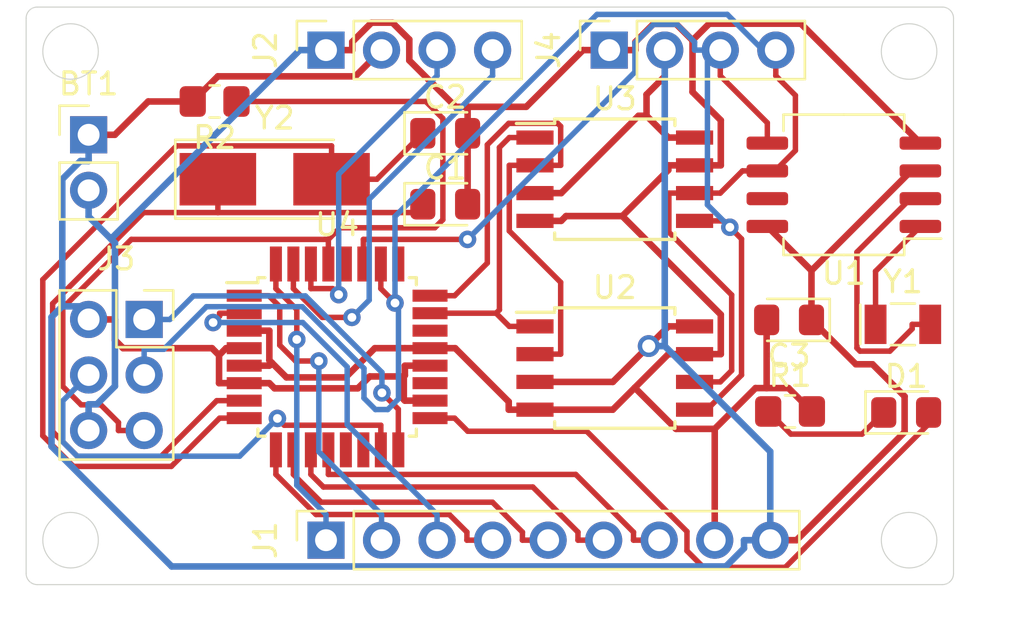
<source format=kicad_pcb>
(kicad_pcb (version 20171130) (host pcbnew "(5.1.9)-1")

  (general
    (thickness 1.6)
    (drawings 12)
    (tracks 359)
    (zones 0)
    (modules 17)
    (nets 32)
  )

  (page A4)
  (title_block
    (title "Battery-Powered Arduino Clone with Clock and Extended EEPROM")
    (date 2022-01-03)
    (rev 1)
    (comment 1 "Designed by Michael Ly")
    (comment 2 github.com/Michael-Q-Ly)
  )

  (layers
    (0 F.Cu signal)
    (31 B.Cu mixed)
    (32 B.Adhes user)
    (33 F.Adhes user)
    (34 B.Paste user)
    (35 F.Paste user)
    (36 B.SilkS user)
    (37 F.SilkS user)
    (38 B.Mask user)
    (39 F.Mask user)
    (40 Dwgs.User user)
    (41 Cmts.User user)
    (42 Eco1.User user)
    (43 Eco2.User user)
    (44 Edge.Cuts user)
    (45 Margin user)
    (46 B.CrtYd user)
    (47 F.CrtYd user)
    (48 B.Fab user)
    (49 F.Fab user)
  )

  (setup
    (last_trace_width 0.25)
    (user_trace_width 0.3)
    (trace_clearance 0.2)
    (zone_clearance 0.508)
    (zone_45_only no)
    (trace_min 0.2)
    (via_size 0.8)
    (via_drill 0.4)
    (via_min_size 0.4)
    (via_min_drill 0.3)
    (user_via 1 0.6)
    (uvia_size 0.3)
    (uvia_drill 0.1)
    (uvias_allowed no)
    (uvia_min_size 0.2)
    (uvia_min_drill 0.1)
    (edge_width 0.05)
    (segment_width 0.2)
    (pcb_text_width 0.3)
    (pcb_text_size 1.5 1.5)
    (mod_edge_width 0.12)
    (mod_text_size 1 1)
    (mod_text_width 0.15)
    (pad_size 1.524 1.524)
    (pad_drill 0.762)
    (pad_to_mask_clearance 0)
    (aux_axis_origin 0 0)
    (visible_elements 7FFFFFFF)
    (pcbplotparams
      (layerselection 0x010fc_ffffffff)
      (usegerberextensions false)
      (usegerberattributes true)
      (usegerberadvancedattributes true)
      (creategerberjobfile true)
      (excludeedgelayer true)
      (linewidth 0.100000)
      (plotframeref false)
      (viasonmask false)
      (mode 1)
      (useauxorigin false)
      (hpglpennumber 1)
      (hpglpenspeed 20)
      (hpglpendiameter 15.000000)
      (psnegative false)
      (psa4output false)
      (plotreference true)
      (plotvalue true)
      (plotinvisibletext false)
      (padsonsilk false)
      (subtractmaskfromsilk false)
      (outputformat 1)
      (mirror false)
      (drillshape 1)
      (scaleselection 1)
      (outputdirectory ""))
  )

  (net 0 "")
  (net 1 GNDPWR)
  (net 2 "Net-(C1-Pad1)")
  (net 3 "Net-(C2-Pad1)")
  (net 4 "Net-(D1-Pad1)")
  (net 5 "Net-(D1-Pad2)")
  (net 6 /D2)
  (net 7 /D3)
  (net 8 /D4)
  (net 9 /D5)
  (net 10 /D6)
  (net 11 /D7)
  (net 12 /D8)
  (net 13 /TX)
  (net 14 /RX)
  (net 15 /CIPO)
  (net 16 /SCK)
  (net 17 /COPI)
  (net 18 /RESET)
  (net 19 /SDA)
  (net 20 "Net-(U1-Pad1)")
  (net 21 "Net-(U1-Pad2)")
  (net 22 "Net-(U1-Pad7)")
  (net 23 /ADDR2)
  (net 24 /ADDR1)
  (net 25 "Net-(U4-Pad13)")
  (net 26 "Net-(U4-Pad14)")
  (net 27 "Net-(U4-Pad19)")
  (net 28 "Net-(U4-Pad22)")
  (net 29 "Net-(U4-Pad25)")
  (net 30 "Net-(U4-Pad28)")
  (net 31 /Vcc)

  (net_class Default "This is the default net class."
    (clearance 0.2)
    (trace_width 0.25)
    (via_dia 0.8)
    (via_drill 0.4)
    (uvia_dia 0.3)
    (uvia_drill 0.1)
    (add_net /ADDR1)
    (add_net /ADDR2)
    (add_net /CIPO)
    (add_net /COPI)
    (add_net /D2)
    (add_net /D3)
    (add_net /D4)
    (add_net /D5)
    (add_net /D6)
    (add_net /D7)
    (add_net /D8)
    (add_net /RESET)
    (add_net /RX)
    (add_net /SCK)
    (add_net /SDA)
    (add_net /TX)
    (add_net "Net-(C1-Pad1)")
    (add_net "Net-(C2-Pad1)")
    (add_net "Net-(D1-Pad1)")
    (add_net "Net-(D1-Pad2)")
    (add_net "Net-(U1-Pad1)")
    (add_net "Net-(U1-Pad2)")
    (add_net "Net-(U1-Pad7)")
    (add_net "Net-(U4-Pad13)")
    (add_net "Net-(U4-Pad14)")
    (add_net "Net-(U4-Pad19)")
    (add_net "Net-(U4-Pad22)")
    (add_net "Net-(U4-Pad25)")
    (add_net "Net-(U4-Pad28)")
  )

  (net_class PWR ""
    (clearance 0.2)
    (trace_width 0.3)
    (via_dia 1)
    (via_drill 0.6)
    (uvia_dia 0.3)
    (uvia_drill 0.1)
    (add_net /Vcc)
    (add_net GNDPWR)
  )

  (module Connector_PinHeader_2.54mm:PinHeader_1x02_P2.54mm_Vertical (layer F.Cu) (tedit 59FED5CC) (tstamp 61D3E7F2)
    (at 205.55 107.696)
    (descr "Through hole straight pin header, 1x02, 2.54mm pitch, single row")
    (tags "Through hole pin header THT 1x02 2.54mm single row")
    (path /61D22E5D)
    (fp_text reference BT1 (at 0 -2.33) (layer F.SilkS)
      (effects (font (size 1 1) (thickness 0.15)))
    )
    (fp_text value "Battery 3V" (at 0 4.87) (layer F.Fab)
      (effects (font (size 1 1) (thickness 0.15)))
    )
    (fp_line (start -0.635 -1.27) (end 1.27 -1.27) (layer F.Fab) (width 0.1))
    (fp_line (start 1.27 -1.27) (end 1.27 3.81) (layer F.Fab) (width 0.1))
    (fp_line (start 1.27 3.81) (end -1.27 3.81) (layer F.Fab) (width 0.1))
    (fp_line (start -1.27 3.81) (end -1.27 -0.635) (layer F.Fab) (width 0.1))
    (fp_line (start -1.27 -0.635) (end -0.635 -1.27) (layer F.Fab) (width 0.1))
    (fp_line (start -1.33 3.87) (end 1.33 3.87) (layer F.SilkS) (width 0.12))
    (fp_line (start -1.33 1.27) (end -1.33 3.87) (layer F.SilkS) (width 0.12))
    (fp_line (start 1.33 1.27) (end 1.33 3.87) (layer F.SilkS) (width 0.12))
    (fp_line (start -1.33 1.27) (end 1.33 1.27) (layer F.SilkS) (width 0.12))
    (fp_line (start -1.33 0) (end -1.33 -1.33) (layer F.SilkS) (width 0.12))
    (fp_line (start -1.33 -1.33) (end 0 -1.33) (layer F.SilkS) (width 0.12))
    (fp_line (start -1.8 -1.8) (end -1.8 4.35) (layer F.CrtYd) (width 0.05))
    (fp_line (start -1.8 4.35) (end 1.8 4.35) (layer F.CrtYd) (width 0.05))
    (fp_line (start 1.8 4.35) (end 1.8 -1.8) (layer F.CrtYd) (width 0.05))
    (fp_line (start 1.8 -1.8) (end -1.8 -1.8) (layer F.CrtYd) (width 0.05))
    (fp_text user %R (at 0 1.27 90) (layer F.Fab)
      (effects (font (size 1 1) (thickness 0.15)))
    )
    (pad 1 thru_hole rect (at 0 0) (size 1.7 1.7) (drill 1) (layers *.Cu *.Mask)
      (net 31 /Vcc))
    (pad 2 thru_hole oval (at 0 2.54) (size 1.7 1.7) (drill 1) (layers *.Cu *.Mask)
      (net 1 GNDPWR))
    (model ${KISYS3DMOD}/Connector_PinHeader_2.54mm.3dshapes/PinHeader_1x02_P2.54mm_Vertical.wrl
      (at (xyz 0 0 0))
      (scale (xyz 1 1 1))
      (rotate (xyz 0 0 0))
    )
  )

  (module Diode_SMD:D_0805_2012Metric_Pad1.15x1.40mm_HandSolder (layer F.Cu) (tedit 5F68FEF0) (tstamp 61D399B3)
    (at 221.86 110.871)
    (descr "Diode SMD 0805 (2012 Metric), square (rectangular) end terminal, IPC_7351 nominal, (Body size source: https://docs.google.com/spreadsheets/d/1BsfQQcO9C6DZCsRaXUlFlo91Tg2WpOkGARC1WS5S8t0/edit?usp=sharing), generated with kicad-footprint-generator")
    (tags "diode handsolder")
    (path /61D244B0)
    (attr smd)
    (fp_text reference C1 (at 0 -1.65) (layer F.SilkS)
      (effects (font (size 1 1) (thickness 0.15)))
    )
    (fp_text value 22pF (at 0 1.65) (layer F.Fab)
      (effects (font (size 1 1) (thickness 0.15)))
    )
    (fp_line (start 1 -0.6) (end -0.7 -0.6) (layer F.Fab) (width 0.1))
    (fp_line (start -0.7 -0.6) (end -1 -0.3) (layer F.Fab) (width 0.1))
    (fp_line (start -1 -0.3) (end -1 0.6) (layer F.Fab) (width 0.1))
    (fp_line (start -1 0.6) (end 1 0.6) (layer F.Fab) (width 0.1))
    (fp_line (start 1 0.6) (end 1 -0.6) (layer F.Fab) (width 0.1))
    (fp_line (start 1 -0.96) (end -1.86 -0.96) (layer F.SilkS) (width 0.12))
    (fp_line (start -1.86 -0.96) (end -1.86 0.96) (layer F.SilkS) (width 0.12))
    (fp_line (start -1.86 0.96) (end 1 0.96) (layer F.SilkS) (width 0.12))
    (fp_line (start -1.85 0.95) (end -1.85 -0.95) (layer F.CrtYd) (width 0.05))
    (fp_line (start -1.85 -0.95) (end 1.85 -0.95) (layer F.CrtYd) (width 0.05))
    (fp_line (start 1.85 -0.95) (end 1.85 0.95) (layer F.CrtYd) (width 0.05))
    (fp_line (start 1.85 0.95) (end -1.85 0.95) (layer F.CrtYd) (width 0.05))
    (fp_text user %R (at 0 0) (layer F.Fab)
      (effects (font (size 0.5 0.5) (thickness 0.08)))
    )
    (pad 1 smd roundrect (at -1.025 0) (size 1.15 1.4) (layers F.Cu F.Paste F.Mask) (roundrect_rratio 0.217391)
      (net 2 "Net-(C1-Pad1)"))
    (pad 2 smd roundrect (at 1.025 0) (size 1.15 1.4) (layers F.Cu F.Paste F.Mask) (roundrect_rratio 0.217391)
      (net 1 GNDPWR))
    (model ${KISYS3DMOD}/Diode_SMD.3dshapes/D_0805_2012Metric.wrl
      (at (xyz 0 0 0))
      (scale (xyz 1 1 1))
      (rotate (xyz 0 0 0))
    )
  )

  (module Diode_SMD:D_0805_2012Metric_Pad1.15x1.40mm_HandSolder (layer F.Cu) (tedit 5F68FEF0) (tstamp 61D399C6)
    (at 221.86 107.627)
    (descr "Diode SMD 0805 (2012 Metric), square (rectangular) end terminal, IPC_7351 nominal, (Body size source: https://docs.google.com/spreadsheets/d/1BsfQQcO9C6DZCsRaXUlFlo91Tg2WpOkGARC1WS5S8t0/edit?usp=sharing), generated with kicad-footprint-generator")
    (tags "diode handsolder")
    (path /61D24B04)
    (attr smd)
    (fp_text reference C2 (at 0 -1.65) (layer F.SilkS)
      (effects (font (size 1 1) (thickness 0.15)))
    )
    (fp_text value 22pF (at 0 1.65) (layer F.Fab)
      (effects (font (size 1 1) (thickness 0.15)))
    )
    (fp_line (start 1.85 0.95) (end -1.85 0.95) (layer F.CrtYd) (width 0.05))
    (fp_line (start 1.85 -0.95) (end 1.85 0.95) (layer F.CrtYd) (width 0.05))
    (fp_line (start -1.85 -0.95) (end 1.85 -0.95) (layer F.CrtYd) (width 0.05))
    (fp_line (start -1.85 0.95) (end -1.85 -0.95) (layer F.CrtYd) (width 0.05))
    (fp_line (start -1.86 0.96) (end 1 0.96) (layer F.SilkS) (width 0.12))
    (fp_line (start -1.86 -0.96) (end -1.86 0.96) (layer F.SilkS) (width 0.12))
    (fp_line (start 1 -0.96) (end -1.86 -0.96) (layer F.SilkS) (width 0.12))
    (fp_line (start 1 0.6) (end 1 -0.6) (layer F.Fab) (width 0.1))
    (fp_line (start -1 0.6) (end 1 0.6) (layer F.Fab) (width 0.1))
    (fp_line (start -1 -0.3) (end -1 0.6) (layer F.Fab) (width 0.1))
    (fp_line (start -0.7 -0.6) (end -1 -0.3) (layer F.Fab) (width 0.1))
    (fp_line (start 1 -0.6) (end -0.7 -0.6) (layer F.Fab) (width 0.1))
    (fp_text user %R (at 0 0) (layer F.Fab)
      (effects (font (size 0.5 0.5) (thickness 0.08)))
    )
    (pad 2 smd roundrect (at 1.025 0) (size 1.15 1.4) (layers F.Cu F.Paste F.Mask) (roundrect_rratio 0.217391)
      (net 1 GNDPWR))
    (pad 1 smd roundrect (at -1.025 0) (size 1.15 1.4) (layers F.Cu F.Paste F.Mask) (roundrect_rratio 0.217391)
      (net 3 "Net-(C2-Pad1)"))
    (model ${KISYS3DMOD}/Diode_SMD.3dshapes/D_0805_2012Metric.wrl
      (at (xyz 0 0 0))
      (scale (xyz 1 1 1))
      (rotate (xyz 0 0 0))
    )
  )

  (module Diode_SMD:D_0805_2012Metric_Pad1.15x1.40mm_HandSolder (layer F.Cu) (tedit 5F68FEF0) (tstamp 61D4AD70)
    (at 237.588 116.162 180)
    (descr "Diode SMD 0805 (2012 Metric), square (rectangular) end terminal, IPC_7351 nominal, (Body size source: https://docs.google.com/spreadsheets/d/1BsfQQcO9C6DZCsRaXUlFlo91Tg2WpOkGARC1WS5S8t0/edit?usp=sharing), generated with kicad-footprint-generator")
    (tags "diode handsolder")
    (path /61D25462)
    (attr smd)
    (fp_text reference C3 (at 0 -1.65) (layer F.SilkS)
      (effects (font (size 1 1) (thickness 0.15)))
    )
    (fp_text value 10uF (at 0 1.65) (layer F.Fab)
      (effects (font (size 1 1) (thickness 0.15)))
    )
    (fp_line (start 1 -0.6) (end -0.7 -0.6) (layer F.Fab) (width 0.1))
    (fp_line (start -0.7 -0.6) (end -1 -0.3) (layer F.Fab) (width 0.1))
    (fp_line (start -1 -0.3) (end -1 0.6) (layer F.Fab) (width 0.1))
    (fp_line (start -1 0.6) (end 1 0.6) (layer F.Fab) (width 0.1))
    (fp_line (start 1 0.6) (end 1 -0.6) (layer F.Fab) (width 0.1))
    (fp_line (start 1 -0.96) (end -1.86 -0.96) (layer F.SilkS) (width 0.12))
    (fp_line (start -1.86 -0.96) (end -1.86 0.96) (layer F.SilkS) (width 0.12))
    (fp_line (start -1.86 0.96) (end 1 0.96) (layer F.SilkS) (width 0.12))
    (fp_line (start -1.85 0.95) (end -1.85 -0.95) (layer F.CrtYd) (width 0.05))
    (fp_line (start -1.85 -0.95) (end 1.85 -0.95) (layer F.CrtYd) (width 0.05))
    (fp_line (start 1.85 -0.95) (end 1.85 0.95) (layer F.CrtYd) (width 0.05))
    (fp_line (start 1.85 0.95) (end -1.85 0.95) (layer F.CrtYd) (width 0.05))
    (fp_text user %R (at 0 0) (layer F.Fab)
      (effects (font (size 0.5 0.5) (thickness 0.08)))
    )
    (pad 1 smd roundrect (at -1.025 0 180) (size 1.15 1.4) (layers F.Cu F.Paste F.Mask) (roundrect_rratio 0.217391)
      (net 31 /Vcc))
    (pad 2 smd roundrect (at 1.025 0 180) (size 1.15 1.4) (layers F.Cu F.Paste F.Mask) (roundrect_rratio 0.217391)
      (net 1 GNDPWR))
    (model ${KISYS3DMOD}/Diode_SMD.3dshapes/D_0805_2012Metric.wrl
      (at (xyz 0 0 0))
      (scale (xyz 1 1 1))
      (rotate (xyz 0 0 0))
    )
  )

  (module LED_SMD:LED_0805_2012Metric_Pad1.15x1.40mm_HandSolder (layer F.Cu) (tedit 5F68FEF1) (tstamp 61D46B4D)
    (at 242.944 120.396)
    (descr "LED SMD 0805 (2012 Metric), square (rectangular) end terminal, IPC_7351 nominal, (Body size source: https://docs.google.com/spreadsheets/d/1BsfQQcO9C6DZCsRaXUlFlo91Tg2WpOkGARC1WS5S8t0/edit?usp=sharing), generated with kicad-footprint-generator")
    (tags "LED handsolder")
    (path /61D23F53)
    (attr smd)
    (fp_text reference D1 (at 0 -1.65) (layer F.SilkS)
      (effects (font (size 1 1) (thickness 0.15)))
    )
    (fp_text value LED (at 0 1.65) (layer F.Fab)
      (effects (font (size 1 1) (thickness 0.15)))
    )
    (fp_line (start 1 -0.6) (end -0.7 -0.6) (layer F.Fab) (width 0.1))
    (fp_line (start -0.7 -0.6) (end -1 -0.3) (layer F.Fab) (width 0.1))
    (fp_line (start -1 -0.3) (end -1 0.6) (layer F.Fab) (width 0.1))
    (fp_line (start -1 0.6) (end 1 0.6) (layer F.Fab) (width 0.1))
    (fp_line (start 1 0.6) (end 1 -0.6) (layer F.Fab) (width 0.1))
    (fp_line (start 1 -0.96) (end -1.86 -0.96) (layer F.SilkS) (width 0.12))
    (fp_line (start -1.86 -0.96) (end -1.86 0.96) (layer F.SilkS) (width 0.12))
    (fp_line (start -1.86 0.96) (end 1 0.96) (layer F.SilkS) (width 0.12))
    (fp_line (start -1.85 0.95) (end -1.85 -0.95) (layer F.CrtYd) (width 0.05))
    (fp_line (start -1.85 -0.95) (end 1.85 -0.95) (layer F.CrtYd) (width 0.05))
    (fp_line (start 1.85 -0.95) (end 1.85 0.95) (layer F.CrtYd) (width 0.05))
    (fp_line (start 1.85 0.95) (end -1.85 0.95) (layer F.CrtYd) (width 0.05))
    (fp_text user %R (at 0 0) (layer F.Fab)
      (effects (font (size 0.5 0.5) (thickness 0.08)))
    )
    (pad 1 smd roundrect (at -1.025 0) (size 1.15 1.4) (layers F.Cu F.Paste F.Mask) (roundrect_rratio 0.217391)
      (net 4 "Net-(D1-Pad1)"))
    (pad 2 smd roundrect (at 1.025 0) (size 1.15 1.4) (layers F.Cu F.Paste F.Mask) (roundrect_rratio 0.217391)
      (net 5 "Net-(D1-Pad2)"))
    (model ${KISYS3DMOD}/LED_SMD.3dshapes/LED_0805_2012Metric.wrl
      (at (xyz 0 0 0))
      (scale (xyz 1 1 1))
      (rotate (xyz 0 0 0))
    )
  )

  (module Connector_PinSocket_2.54mm:PinSocket_1x09_P2.54mm_Vertical (layer F.Cu) (tedit 5A19A431) (tstamp 61D3A22C)
    (at 216.408 126.238 90)
    (descr "Through hole straight socket strip, 1x09, 2.54mm pitch, single row (from Kicad 4.0.7), script generated")
    (tags "Through hole socket strip THT 1x09 2.54mm single row")
    (path /61D27AD2/61D286F6)
    (fp_text reference J1 (at 0 -2.77 90) (layer F.SilkS)
      (effects (font (size 1 1) (thickness 0.15)))
    )
    (fp_text value "Digital Pins" (at 0 23.09 90) (layer F.Fab)
      (effects (font (size 1 1) (thickness 0.15)))
    )
    (fp_line (start -1.27 -1.27) (end 0.635 -1.27) (layer F.Fab) (width 0.1))
    (fp_line (start 0.635 -1.27) (end 1.27 -0.635) (layer F.Fab) (width 0.1))
    (fp_line (start 1.27 -0.635) (end 1.27 21.59) (layer F.Fab) (width 0.1))
    (fp_line (start 1.27 21.59) (end -1.27 21.59) (layer F.Fab) (width 0.1))
    (fp_line (start -1.27 21.59) (end -1.27 -1.27) (layer F.Fab) (width 0.1))
    (fp_line (start -1.33 1.27) (end 1.33 1.27) (layer F.SilkS) (width 0.12))
    (fp_line (start -1.33 1.27) (end -1.33 21.65) (layer F.SilkS) (width 0.12))
    (fp_line (start -1.33 21.65) (end 1.33 21.65) (layer F.SilkS) (width 0.12))
    (fp_line (start 1.33 1.27) (end 1.33 21.65) (layer F.SilkS) (width 0.12))
    (fp_line (start 1.33 -1.33) (end 1.33 0) (layer F.SilkS) (width 0.12))
    (fp_line (start 0 -1.33) (end 1.33 -1.33) (layer F.SilkS) (width 0.12))
    (fp_line (start -1.8 -1.8) (end 1.75 -1.8) (layer F.CrtYd) (width 0.05))
    (fp_line (start 1.75 -1.8) (end 1.75 22.1) (layer F.CrtYd) (width 0.05))
    (fp_line (start 1.75 22.1) (end -1.8 22.1) (layer F.CrtYd) (width 0.05))
    (fp_line (start -1.8 22.1) (end -1.8 -1.8) (layer F.CrtYd) (width 0.05))
    (fp_text user %R (at 0 10.16) (layer F.Fab)
      (effects (font (size 1 1) (thickness 0.15)))
    )
    (pad 1 thru_hole rect (at 0 0 90) (size 1.7 1.7) (drill 1) (layers *.Cu *.Mask)
      (net 6 /D2))
    (pad 2 thru_hole oval (at 0 2.54 90) (size 1.7 1.7) (drill 1) (layers *.Cu *.Mask)
      (net 7 /D3))
    (pad 3 thru_hole oval (at 0 5.08 90) (size 1.7 1.7) (drill 1) (layers *.Cu *.Mask)
      (net 8 /D4))
    (pad 4 thru_hole oval (at 0 7.62 90) (size 1.7 1.7) (drill 1) (layers *.Cu *.Mask)
      (net 9 /D5))
    (pad 5 thru_hole oval (at 0 10.16 90) (size 1.7 1.7) (drill 1) (layers *.Cu *.Mask)
      (net 10 /D6))
    (pad 6 thru_hole oval (at 0 12.7 90) (size 1.7 1.7) (drill 1) (layers *.Cu *.Mask)
      (net 11 /D7))
    (pad 7 thru_hole oval (at 0 15.24 90) (size 1.7 1.7) (drill 1) (layers *.Cu *.Mask)
      (net 12 /D8))
    (pad 8 thru_hole oval (at 0 17.78 90) (size 1.7 1.7) (drill 1) (layers *.Cu *.Mask)
      (net 1 GNDPWR))
    (pad 9 thru_hole oval (at 0 20.32 90) (size 1.7 1.7) (drill 1) (layers *.Cu *.Mask)
      (net 31 /Vcc))
    (model ${KISYS3DMOD}/Connector_PinSocket_2.54mm.3dshapes/PinSocket_1x09_P2.54mm_Vertical.wrl
      (at (xyz 0 0 0))
      (scale (xyz 1 1 1))
      (rotate (xyz 0 0 0))
    )
  )

  (module Connector_PinSocket_2.54mm:PinSocket_1x04_P2.54mm_Vertical (layer F.Cu) (tedit 5A19A429) (tstamp 61D3E724)
    (at 216.408 103.822 90)
    (descr "Through hole straight socket strip, 1x04, 2.54mm pitch, single row (from Kicad 4.0.7), script generated")
    (tags "Through hole socket strip THT 1x04 2.54mm single row")
    (path /61D27AD2/61D2A1E4)
    (fp_text reference J2 (at 0 -2.77 90) (layer F.SilkS)
      (effects (font (size 1 1) (thickness 0.15)))
    )
    (fp_text value Serial (at 0 10.39 90) (layer F.Fab)
      (effects (font (size 1 1) (thickness 0.15)))
    )
    (fp_line (start -1.8 9.4) (end -1.8 -1.8) (layer F.CrtYd) (width 0.05))
    (fp_line (start 1.75 9.4) (end -1.8 9.4) (layer F.CrtYd) (width 0.05))
    (fp_line (start 1.75 -1.8) (end 1.75 9.4) (layer F.CrtYd) (width 0.05))
    (fp_line (start -1.8 -1.8) (end 1.75 -1.8) (layer F.CrtYd) (width 0.05))
    (fp_line (start 0 -1.33) (end 1.33 -1.33) (layer F.SilkS) (width 0.12))
    (fp_line (start 1.33 -1.33) (end 1.33 0) (layer F.SilkS) (width 0.12))
    (fp_line (start 1.33 1.27) (end 1.33 8.95) (layer F.SilkS) (width 0.12))
    (fp_line (start -1.33 8.95) (end 1.33 8.95) (layer F.SilkS) (width 0.12))
    (fp_line (start -1.33 1.27) (end -1.33 8.95) (layer F.SilkS) (width 0.12))
    (fp_line (start -1.33 1.27) (end 1.33 1.27) (layer F.SilkS) (width 0.12))
    (fp_line (start -1.27 8.89) (end -1.27 -1.27) (layer F.Fab) (width 0.1))
    (fp_line (start 1.27 8.89) (end -1.27 8.89) (layer F.Fab) (width 0.1))
    (fp_line (start 1.27 -0.635) (end 1.27 8.89) (layer F.Fab) (width 0.1))
    (fp_line (start 0.635 -1.27) (end 1.27 -0.635) (layer F.Fab) (width 0.1))
    (fp_line (start -1.27 -1.27) (end 0.635 -1.27) (layer F.Fab) (width 0.1))
    (fp_text user %R (at 0 3.81) (layer F.Fab)
      (effects (font (size 1 1) (thickness 0.15)))
    )
    (pad 4 thru_hole oval (at 0 7.62 90) (size 1.7 1.7) (drill 1) (layers *.Cu *.Mask)
      (net 13 /TX))
    (pad 3 thru_hole oval (at 0 5.08 90) (size 1.7 1.7) (drill 1) (layers *.Cu *.Mask)
      (net 14 /RX))
    (pad 2 thru_hole oval (at 0 2.54 90) (size 1.7 1.7) (drill 1) (layers *.Cu *.Mask)
      (net 31 /Vcc))
    (pad 1 thru_hole rect (at 0 0 90) (size 1.7 1.7) (drill 1) (layers *.Cu *.Mask)
      (net 1 GNDPWR))
    (model ${KISYS3DMOD}/Connector_PinSocket_2.54mm.3dshapes/PinSocket_1x04_P2.54mm_Vertical.wrl
      (at (xyz 0 0 0))
      (scale (xyz 1 1 1))
      (rotate (xyz 0 0 0))
    )
  )

  (module Connector_PinSocket_2.54mm:PinSocket_2x03_P2.54mm_Vertical (layer F.Cu) (tedit 5A19A425) (tstamp 61D3E837)
    (at 208.09 116.142)
    (descr "Through hole straight socket strip, 2x03, 2.54mm pitch, double cols (from Kicad 4.0.7), script generated")
    (tags "Through hole socket strip THT 2x03 2.54mm double row")
    (path /61D27AD2/61D2AF15)
    (fp_text reference J3 (at -1.27 -2.77) (layer F.SilkS)
      (effects (font (size 1 1) (thickness 0.15)))
    )
    (fp_text value ICSP (at -1.27 7.85) (layer F.Fab)
      (effects (font (size 1 1) (thickness 0.15)))
    )
    (fp_line (start -3.81 -1.27) (end 0.27 -1.27) (layer F.Fab) (width 0.1))
    (fp_line (start 0.27 -1.27) (end 1.27 -0.27) (layer F.Fab) (width 0.1))
    (fp_line (start 1.27 -0.27) (end 1.27 6.35) (layer F.Fab) (width 0.1))
    (fp_line (start 1.27 6.35) (end -3.81 6.35) (layer F.Fab) (width 0.1))
    (fp_line (start -3.81 6.35) (end -3.81 -1.27) (layer F.Fab) (width 0.1))
    (fp_line (start -3.87 -1.33) (end -1.27 -1.33) (layer F.SilkS) (width 0.12))
    (fp_line (start -3.87 -1.33) (end -3.87 6.41) (layer F.SilkS) (width 0.12))
    (fp_line (start -3.87 6.41) (end 1.33 6.41) (layer F.SilkS) (width 0.12))
    (fp_line (start 1.33 1.27) (end 1.33 6.41) (layer F.SilkS) (width 0.12))
    (fp_line (start -1.27 1.27) (end 1.33 1.27) (layer F.SilkS) (width 0.12))
    (fp_line (start -1.27 -1.33) (end -1.27 1.27) (layer F.SilkS) (width 0.12))
    (fp_line (start 1.33 -1.33) (end 1.33 0) (layer F.SilkS) (width 0.12))
    (fp_line (start 0 -1.33) (end 1.33 -1.33) (layer F.SilkS) (width 0.12))
    (fp_line (start -4.34 -1.8) (end 1.76 -1.8) (layer F.CrtYd) (width 0.05))
    (fp_line (start 1.76 -1.8) (end 1.76 6.85) (layer F.CrtYd) (width 0.05))
    (fp_line (start 1.76 6.85) (end -4.34 6.85) (layer F.CrtYd) (width 0.05))
    (fp_line (start -4.34 6.85) (end -4.34 -1.8) (layer F.CrtYd) (width 0.05))
    (fp_text user %R (at -1.27 2.54 90) (layer F.Fab)
      (effects (font (size 1 1) (thickness 0.15)))
    )
    (pad 1 thru_hole rect (at 0 0) (size 1.7 1.7) (drill 1) (layers *.Cu *.Mask)
      (net 15 /CIPO))
    (pad 2 thru_hole oval (at -2.54 0) (size 1.7 1.7) (drill 1) (layers *.Cu *.Mask)
      (net 31 /Vcc))
    (pad 3 thru_hole oval (at 0 2.54) (size 1.7 1.7) (drill 1) (layers *.Cu *.Mask)
      (net 16 /SCK))
    (pad 4 thru_hole oval (at -2.54 2.54) (size 1.7 1.7) (drill 1) (layers *.Cu *.Mask)
      (net 17 /COPI))
    (pad 5 thru_hole oval (at 0 5.08) (size 1.7 1.7) (drill 1) (layers *.Cu *.Mask)
      (net 18 /RESET))
    (pad 6 thru_hole oval (at -2.54 5.08) (size 1.7 1.7) (drill 1) (layers *.Cu *.Mask)
      (net 1 GNDPWR))
    (model ${KISYS3DMOD}/Connector_PinSocket_2.54mm.3dshapes/PinSocket_2x03_P2.54mm_Vertical.wrl
      (at (xyz 0 0 0))
      (scale (xyz 1 1 1))
      (rotate (xyz 0 0 0))
    )
  )

  (module Connector_PinSocket_2.54mm:PinSocket_1x04_P2.54mm_Vertical (layer F.Cu) (tedit 5A19A429) (tstamp 61D3E6DF)
    (at 229.362 103.822 90)
    (descr "Through hole straight socket strip, 1x04, 2.54mm pitch, single row (from Kicad 4.0.7), script generated")
    (tags "Through hole socket strip THT 1x04 2.54mm single row")
    (path /61D27AD2/61D2B784)
    (fp_text reference J4 (at 0 -2.77 90) (layer F.SilkS)
      (effects (font (size 1 1) (thickness 0.15)))
    )
    (fp_text value I2C (at 0 10.39 90) (layer F.Fab)
      (effects (font (size 1 1) (thickness 0.15)))
    )
    (fp_line (start -1.27 -1.27) (end 0.635 -1.27) (layer F.Fab) (width 0.1))
    (fp_line (start 0.635 -1.27) (end 1.27 -0.635) (layer F.Fab) (width 0.1))
    (fp_line (start 1.27 -0.635) (end 1.27 8.89) (layer F.Fab) (width 0.1))
    (fp_line (start 1.27 8.89) (end -1.27 8.89) (layer F.Fab) (width 0.1))
    (fp_line (start -1.27 8.89) (end -1.27 -1.27) (layer F.Fab) (width 0.1))
    (fp_line (start -1.33 1.27) (end 1.33 1.27) (layer F.SilkS) (width 0.12))
    (fp_line (start -1.33 1.27) (end -1.33 8.95) (layer F.SilkS) (width 0.12))
    (fp_line (start -1.33 8.95) (end 1.33 8.95) (layer F.SilkS) (width 0.12))
    (fp_line (start 1.33 1.27) (end 1.33 8.95) (layer F.SilkS) (width 0.12))
    (fp_line (start 1.33 -1.33) (end 1.33 0) (layer F.SilkS) (width 0.12))
    (fp_line (start 0 -1.33) (end 1.33 -1.33) (layer F.SilkS) (width 0.12))
    (fp_line (start -1.8 -1.8) (end 1.75 -1.8) (layer F.CrtYd) (width 0.05))
    (fp_line (start 1.75 -1.8) (end 1.75 9.4) (layer F.CrtYd) (width 0.05))
    (fp_line (start 1.75 9.4) (end -1.8 9.4) (layer F.CrtYd) (width 0.05))
    (fp_line (start -1.8 9.4) (end -1.8 -1.8) (layer F.CrtYd) (width 0.05))
    (fp_text user %R (at 0 3.81) (layer F.Fab)
      (effects (font (size 1 1) (thickness 0.15)))
    )
    (pad 1 thru_hole rect (at 0 0 90) (size 1.7 1.7) (drill 1) (layers *.Cu *.Mask)
      (net 1 GNDPWR))
    (pad 2 thru_hole oval (at 0 2.54 90) (size 1.7 1.7) (drill 1) (layers *.Cu *.Mask)
      (net 31 /Vcc))
    (pad 3 thru_hole oval (at 0 5.08 90) (size 1.7 1.7) (drill 1) (layers *.Cu *.Mask)
      (net 19 /SDA))
    (pad 4 thru_hole oval (at 0 7.62 90) (size 1.7 1.7) (drill 1) (layers *.Cu *.Mask)
      (net 16 /SCK))
    (model ${KISYS3DMOD}/Connector_PinSocket_2.54mm.3dshapes/PinSocket_1x04_P2.54mm_Vertical.wrl
      (at (xyz 0 0 0))
      (scale (xyz 1 1 1))
      (rotate (xyz 0 0 0))
    )
  )

  (module Resistor_SMD:R_0805_2012Metric_Pad1.20x1.40mm_HandSolder (layer F.Cu) (tedit 5F68FEEE) (tstamp 61D46C11)
    (at 237.633 120.351)
    (descr "Resistor SMD 0805 (2012 Metric), square (rectangular) end terminal, IPC_7351 nominal with elongated pad for handsoldering. (Body size source: IPC-SM-782 page 72, https://www.pcb-3d.com/wordpress/wp-content/uploads/ipc-sm-782a_amendment_1_and_2.pdf), generated with kicad-footprint-generator")
    (tags "resistor handsolder")
    (path /61D25BF7)
    (attr smd)
    (fp_text reference R1 (at 0 -1.65) (layer F.SilkS)
      (effects (font (size 1 1) (thickness 0.15)))
    )
    (fp_text value 330Ohm (at 0 1.65) (layer F.Fab)
      (effects (font (size 1 1) (thickness 0.15)))
    )
    (fp_line (start -1 0.625) (end -1 -0.625) (layer F.Fab) (width 0.1))
    (fp_line (start -1 -0.625) (end 1 -0.625) (layer F.Fab) (width 0.1))
    (fp_line (start 1 -0.625) (end 1 0.625) (layer F.Fab) (width 0.1))
    (fp_line (start 1 0.625) (end -1 0.625) (layer F.Fab) (width 0.1))
    (fp_line (start -0.227064 -0.735) (end 0.227064 -0.735) (layer F.SilkS) (width 0.12))
    (fp_line (start -0.227064 0.735) (end 0.227064 0.735) (layer F.SilkS) (width 0.12))
    (fp_line (start -1.85 0.95) (end -1.85 -0.95) (layer F.CrtYd) (width 0.05))
    (fp_line (start -1.85 -0.95) (end 1.85 -0.95) (layer F.CrtYd) (width 0.05))
    (fp_line (start 1.85 -0.95) (end 1.85 0.95) (layer F.CrtYd) (width 0.05))
    (fp_line (start 1.85 0.95) (end -1.85 0.95) (layer F.CrtYd) (width 0.05))
    (fp_text user %R (at 0 0) (layer F.Fab)
      (effects (font (size 0.5 0.5) (thickness 0.08)))
    )
    (pad 1 smd roundrect (at -1 0) (size 1.2 1.4) (layers F.Cu F.Paste F.Mask) (roundrect_rratio 0.208333)
      (net 4 "Net-(D1-Pad1)"))
    (pad 2 smd roundrect (at 1 0) (size 1.2 1.4) (layers F.Cu F.Paste F.Mask) (roundrect_rratio 0.208333)
      (net 1 GNDPWR))
    (model ${KISYS3DMOD}/Resistor_SMD.3dshapes/R_0805_2012Metric.wrl
      (at (xyz 0 0 0))
      (scale (xyz 1 1 1))
      (rotate (xyz 0 0 0))
    )
  )

  (module Resistor_SMD:R_0805_2012Metric_Pad1.20x1.40mm_HandSolder (layer F.Cu) (tedit 5F68FEEE) (tstamp 61D39A77)
    (at 211.312 106.172 180)
    (descr "Resistor SMD 0805 (2012 Metric), square (rectangular) end terminal, IPC_7351 nominal with elongated pad for handsoldering. (Body size source: IPC-SM-782 page 72, https://www.pcb-3d.com/wordpress/wp-content/uploads/ipc-sm-782a_amendment_1_and_2.pdf), generated with kicad-footprint-generator")
    (tags "resistor handsolder")
    (path /61D26130)
    (attr smd)
    (fp_text reference R2 (at 0 -1.65) (layer F.SilkS)
      (effects (font (size 1 1) (thickness 0.15)))
    )
    (fp_text value 10kOhm (at 0 1.65) (layer F.Fab)
      (effects (font (size 1 1) (thickness 0.15)))
    )
    (fp_line (start 1.85 0.95) (end -1.85 0.95) (layer F.CrtYd) (width 0.05))
    (fp_line (start 1.85 -0.95) (end 1.85 0.95) (layer F.CrtYd) (width 0.05))
    (fp_line (start -1.85 -0.95) (end 1.85 -0.95) (layer F.CrtYd) (width 0.05))
    (fp_line (start -1.85 0.95) (end -1.85 -0.95) (layer F.CrtYd) (width 0.05))
    (fp_line (start -0.227064 0.735) (end 0.227064 0.735) (layer F.SilkS) (width 0.12))
    (fp_line (start -0.227064 -0.735) (end 0.227064 -0.735) (layer F.SilkS) (width 0.12))
    (fp_line (start 1 0.625) (end -1 0.625) (layer F.Fab) (width 0.1))
    (fp_line (start 1 -0.625) (end 1 0.625) (layer F.Fab) (width 0.1))
    (fp_line (start -1 -0.625) (end 1 -0.625) (layer F.Fab) (width 0.1))
    (fp_line (start -1 0.625) (end -1 -0.625) (layer F.Fab) (width 0.1))
    (fp_text user %R (at 0 0) (layer F.Fab)
      (effects (font (size 0.5 0.5) (thickness 0.08)))
    )
    (pad 2 smd roundrect (at 1 0 180) (size 1.2 1.4) (layers F.Cu F.Paste F.Mask) (roundrect_rratio 0.208333)
      (net 31 /Vcc))
    (pad 1 smd roundrect (at -1 0 180) (size 1.2 1.4) (layers F.Cu F.Paste F.Mask) (roundrect_rratio 0.208333)
      (net 18 /RESET))
    (model ${KISYS3DMOD}/Resistor_SMD.3dshapes/R_0805_2012Metric.wrl
      (at (xyz 0 0 0))
      (scale (xyz 1 1 1))
      (rotate (xyz 0 0 0))
    )
  )

  (module Package_SO:SO-8_5.3x6.2mm_P1.27mm (layer F.Cu) (tedit 5EA5315B) (tstamp 61D46BC5)
    (at 240.094 109.982 180)
    (descr "SO, 8 Pin (https://www.ti.com/lit/ml/msop001a/msop001a.pdf), generated with kicad-footprint-generator ipc_gullwing_generator.py")
    (tags "SO SO")
    (path /61D31649)
    (attr smd)
    (fp_text reference U1 (at 0 -4.05) (layer F.SilkS)
      (effects (font (size 1 1) (thickness 0.15)))
    )
    (fp_text value DS1337_MLv1 (at 0 4.05) (layer F.Fab)
      (effects (font (size 1 1) (thickness 0.15)))
    )
    (fp_line (start 0 3.21) (end 2.76 3.21) (layer F.SilkS) (width 0.12))
    (fp_line (start 2.76 3.21) (end 2.76 2.465) (layer F.SilkS) (width 0.12))
    (fp_line (start 0 3.21) (end -2.76 3.21) (layer F.SilkS) (width 0.12))
    (fp_line (start -2.76 3.21) (end -2.76 2.465) (layer F.SilkS) (width 0.12))
    (fp_line (start 0 -3.21) (end 2.76 -3.21) (layer F.SilkS) (width 0.12))
    (fp_line (start 2.76 -3.21) (end 2.76 -2.465) (layer F.SilkS) (width 0.12))
    (fp_line (start 0 -3.21) (end -2.76 -3.21) (layer F.SilkS) (width 0.12))
    (fp_line (start -2.76 -3.21) (end -2.76 -2.465) (layer F.SilkS) (width 0.12))
    (fp_line (start -2.76 -2.465) (end -4.45 -2.465) (layer F.SilkS) (width 0.12))
    (fp_line (start -1.65 -3.1) (end 2.65 -3.1) (layer F.Fab) (width 0.1))
    (fp_line (start 2.65 -3.1) (end 2.65 3.1) (layer F.Fab) (width 0.1))
    (fp_line (start 2.65 3.1) (end -2.65 3.1) (layer F.Fab) (width 0.1))
    (fp_line (start -2.65 3.1) (end -2.65 -2.1) (layer F.Fab) (width 0.1))
    (fp_line (start -2.65 -2.1) (end -1.65 -3.1) (layer F.Fab) (width 0.1))
    (fp_line (start -4.7 -3.35) (end -4.7 3.35) (layer F.CrtYd) (width 0.05))
    (fp_line (start -4.7 3.35) (end 4.7 3.35) (layer F.CrtYd) (width 0.05))
    (fp_line (start 4.7 3.35) (end 4.7 -3.35) (layer F.CrtYd) (width 0.05))
    (fp_line (start 4.7 -3.35) (end -4.7 -3.35) (layer F.CrtYd) (width 0.05))
    (fp_text user %R (at 0 0) (layer F.Fab)
      (effects (font (size 1 1) (thickness 0.15)))
    )
    (pad 1 smd roundrect (at -3.5 -1.905 180) (size 1.9 0.6) (layers F.Cu F.Paste F.Mask) (roundrect_rratio 0.25)
      (net 20 "Net-(U1-Pad1)"))
    (pad 2 smd roundrect (at -3.5 -0.635 180) (size 1.9 0.6) (layers F.Cu F.Paste F.Mask) (roundrect_rratio 0.25)
      (net 21 "Net-(U1-Pad2)"))
    (pad 3 smd roundrect (at -3.5 0.635 180) (size 1.9 0.6) (layers F.Cu F.Paste F.Mask) (roundrect_rratio 0.25)
      (net 31 /Vcc))
    (pad 4 smd roundrect (at -3.5 1.905 180) (size 1.9 0.6) (layers F.Cu F.Paste F.Mask) (roundrect_rratio 0.25)
      (net 1 GNDPWR))
    (pad 5 smd roundrect (at 3.5 1.905 180) (size 1.9 0.6) (layers F.Cu F.Paste F.Mask) (roundrect_rratio 0.25)
      (net 19 /SDA))
    (pad 6 smd roundrect (at 3.5 0.635 180) (size 1.9 0.6) (layers F.Cu F.Paste F.Mask) (roundrect_rratio 0.25)
      (net 16 /SCK))
    (pad 7 smd roundrect (at 3.5 -0.635 180) (size 1.9 0.6) (layers F.Cu F.Paste F.Mask) (roundrect_rratio 0.25)
      (net 22 "Net-(U1-Pad7)"))
    (pad 8 smd roundrect (at 3.5 -1.905 180) (size 1.9 0.6) (layers F.Cu F.Paste F.Mask) (roundrect_rratio 0.25)
      (net 31 /Vcc))
    (model ${KISYS3DMOD}/Package_SO.3dshapes/SO-8_5.3x6.2mm_P1.27mm.wrl
      (at (xyz 0 0 0))
      (scale (xyz 1 1 1))
      (rotate (xyz 0 0 0))
    )
  )

  (module Package_SO:SOIJ-8_5.3x5.3mm_P1.27mm (layer F.Cu) (tedit 5A02F2D3) (tstamp 61D3F4B6)
    (at 229.616 118.364)
    (descr "8-Lead Plastic Small Outline (SM) - Medium, 5.28 mm Body [SOIC] (see Microchip Packaging Specification 00000049BS.pdf)")
    (tags "SOIC 1.27")
    (path /61D3DE19)
    (attr smd)
    (fp_text reference U2 (at 0 -3.68) (layer F.SilkS)
      (effects (font (size 1 1) (thickness 0.15)))
    )
    (fp_text value 24LC1025 (at 0 3.68) (layer F.Fab)
      (effects (font (size 1 1) (thickness 0.15)))
    )
    (fp_line (start -2.75 -2.55) (end -4.5 -2.55) (layer F.SilkS) (width 0.15))
    (fp_line (start -2.75 2.755) (end 2.75 2.755) (layer F.SilkS) (width 0.15))
    (fp_line (start -2.75 -2.755) (end 2.75 -2.755) (layer F.SilkS) (width 0.15))
    (fp_line (start -2.75 2.755) (end -2.75 2.455) (layer F.SilkS) (width 0.15))
    (fp_line (start 2.75 2.755) (end 2.75 2.455) (layer F.SilkS) (width 0.15))
    (fp_line (start 2.75 -2.755) (end 2.75 -2.455) (layer F.SilkS) (width 0.15))
    (fp_line (start -2.75 -2.755) (end -2.75 -2.55) (layer F.SilkS) (width 0.15))
    (fp_line (start -4.75 2.95) (end 4.75 2.95) (layer F.CrtYd) (width 0.05))
    (fp_line (start -4.75 -2.95) (end 4.75 -2.95) (layer F.CrtYd) (width 0.05))
    (fp_line (start 4.75 -2.95) (end 4.75 2.95) (layer F.CrtYd) (width 0.05))
    (fp_line (start -4.75 -2.95) (end -4.75 2.95) (layer F.CrtYd) (width 0.05))
    (fp_line (start -2.65 -1.65) (end -1.65 -2.65) (layer F.Fab) (width 0.15))
    (fp_line (start -2.65 2.65) (end -2.65 -1.65) (layer F.Fab) (width 0.15))
    (fp_line (start 2.65 2.65) (end -2.65 2.65) (layer F.Fab) (width 0.15))
    (fp_line (start 2.65 -2.65) (end 2.65 2.65) (layer F.Fab) (width 0.15))
    (fp_line (start -1.65 -2.65) (end 2.65 -2.65) (layer F.Fab) (width 0.15))
    (fp_text user %R (at 0 0) (layer F.Fab)
      (effects (font (size 1 1) (thickness 0.15)))
    )
    (pad 8 smd rect (at 3.65 -1.905) (size 1.7 0.65) (layers F.Cu F.Paste F.Mask)
      (net 31 /Vcc))
    (pad 7 smd rect (at 3.65 -0.635) (size 1.7 0.65) (layers F.Cu F.Paste F.Mask)
      (net 1 GNDPWR))
    (pad 6 smd rect (at 3.65 0.635) (size 1.7 0.65) (layers F.Cu F.Paste F.Mask)
      (net 16 /SCK))
    (pad 5 smd rect (at 3.65 1.905) (size 1.7 0.65) (layers F.Cu F.Paste F.Mask)
      (net 19 /SDA))
    (pad 4 smd rect (at -3.65 1.905) (size 1.7 0.65) (layers F.Cu F.Paste F.Mask)
      (net 1 GNDPWR))
    (pad 3 smd rect (at -3.65 0.635) (size 1.7 0.65) (layers F.Cu F.Paste F.Mask)
      (net 31 /Vcc))
    (pad 2 smd rect (at -3.65 -0.635) (size 1.7 0.65) (layers F.Cu F.Paste F.Mask)
      (net 23 /ADDR2))
    (pad 1 smd rect (at -3.65 -1.905) (size 1.7 0.65) (layers F.Cu F.Paste F.Mask)
      (net 24 /ADDR1))
    (model ${KISYS3DMOD}/Package_SO.3dshapes/SOIJ-8_5.3x5.3mm_P1.27mm.wrl
      (at (xyz 0 0 0))
      (scale (xyz 1 1 1))
      (rotate (xyz 0 0 0))
    )
  )

  (module Package_SO:SOIJ-8_5.3x5.3mm_P1.27mm (layer F.Cu) (tedit 5A02F2D3) (tstamp 61D468B8)
    (at 229.616 109.728)
    (descr "8-Lead Plastic Small Outline (SM) - Medium, 5.28 mm Body [SOIC] (see Microchip Packaging Specification 00000049BS.pdf)")
    (tags "SOIC 1.27")
    (path /61D26D32)
    (attr smd)
    (fp_text reference U3 (at 0 -3.68) (layer F.SilkS)
      (effects (font (size 1 1) (thickness 0.15)))
    )
    (fp_text value 24LC1025 (at 0 3.68) (layer F.Fab)
      (effects (font (size 1 1) (thickness 0.15)))
    )
    (fp_line (start -1.65 -2.65) (end 2.65 -2.65) (layer F.Fab) (width 0.15))
    (fp_line (start 2.65 -2.65) (end 2.65 2.65) (layer F.Fab) (width 0.15))
    (fp_line (start 2.65 2.65) (end -2.65 2.65) (layer F.Fab) (width 0.15))
    (fp_line (start -2.65 2.65) (end -2.65 -1.65) (layer F.Fab) (width 0.15))
    (fp_line (start -2.65 -1.65) (end -1.65 -2.65) (layer F.Fab) (width 0.15))
    (fp_line (start -4.75 -2.95) (end -4.75 2.95) (layer F.CrtYd) (width 0.05))
    (fp_line (start 4.75 -2.95) (end 4.75 2.95) (layer F.CrtYd) (width 0.05))
    (fp_line (start -4.75 -2.95) (end 4.75 -2.95) (layer F.CrtYd) (width 0.05))
    (fp_line (start -4.75 2.95) (end 4.75 2.95) (layer F.CrtYd) (width 0.05))
    (fp_line (start -2.75 -2.755) (end -2.75 -2.55) (layer F.SilkS) (width 0.15))
    (fp_line (start 2.75 -2.755) (end 2.75 -2.455) (layer F.SilkS) (width 0.15))
    (fp_line (start 2.75 2.755) (end 2.75 2.455) (layer F.SilkS) (width 0.15))
    (fp_line (start -2.75 2.755) (end -2.75 2.455) (layer F.SilkS) (width 0.15))
    (fp_line (start -2.75 -2.755) (end 2.75 -2.755) (layer F.SilkS) (width 0.15))
    (fp_line (start -2.75 2.755) (end 2.75 2.755) (layer F.SilkS) (width 0.15))
    (fp_line (start -2.75 -2.55) (end -4.5 -2.55) (layer F.SilkS) (width 0.15))
    (fp_text user %R (at 0 0) (layer F.Fab)
      (effects (font (size 1 1) (thickness 0.15)))
    )
    (pad 1 smd rect (at -3.65 -1.905) (size 1.7 0.65) (layers F.Cu F.Paste F.Mask)
      (net 24 /ADDR1))
    (pad 2 smd rect (at -3.65 -0.635) (size 1.7 0.65) (layers F.Cu F.Paste F.Mask)
      (net 23 /ADDR2))
    (pad 3 smd rect (at -3.65 0.635) (size 1.7 0.65) (layers F.Cu F.Paste F.Mask)
      (net 31 /Vcc))
    (pad 4 smd rect (at -3.65 1.905) (size 1.7 0.65) (layers F.Cu F.Paste F.Mask)
      (net 1 GNDPWR))
    (pad 5 smd rect (at 3.65 1.905) (size 1.7 0.65) (layers F.Cu F.Paste F.Mask)
      (net 19 /SDA))
    (pad 6 smd rect (at 3.65 0.635) (size 1.7 0.65) (layers F.Cu F.Paste F.Mask)
      (net 16 /SCK))
    (pad 7 smd rect (at 3.65 -0.635) (size 1.7 0.65) (layers F.Cu F.Paste F.Mask)
      (net 1 GNDPWR))
    (pad 8 smd rect (at 3.65 -1.905) (size 1.7 0.65) (layers F.Cu F.Paste F.Mask)
      (net 31 /Vcc))
    (model ${KISYS3DMOD}/Package_SO.3dshapes/SOIJ-8_5.3x5.3mm_P1.27mm.wrl
      (at (xyz 0 0 0))
      (scale (xyz 1 1 1))
      (rotate (xyz 0 0 0))
    )
  )

  (module Package_QFP:TQFP-32_7x7mm_P0.8mm (layer F.Cu) (tedit 5A02F146) (tstamp 61D39B07)
    (at 216.916 117.856)
    (descr "32-Lead Plastic Thin Quad Flatpack (PT) - 7x7x1.0 mm Body, 2.00 mm [TQFP] (see Microchip Packaging Specification 00000049BS.pdf)")
    (tags "QFP 0.8")
    (path /61D2E20A)
    (attr smd)
    (fp_text reference U4 (at 0 -6.05) (layer F.SilkS)
      (effects (font (size 1 1) (thickness 0.15)))
    )
    (fp_text value ATmega328P-AU (at 0 6.05) (layer F.Fab)
      (effects (font (size 1 1) (thickness 0.15)))
    )
    (fp_line (start -2.5 -3.5) (end 3.5 -3.5) (layer F.Fab) (width 0.15))
    (fp_line (start 3.5 -3.5) (end 3.5 3.5) (layer F.Fab) (width 0.15))
    (fp_line (start 3.5 3.5) (end -3.5 3.5) (layer F.Fab) (width 0.15))
    (fp_line (start -3.5 3.5) (end -3.5 -2.5) (layer F.Fab) (width 0.15))
    (fp_line (start -3.5 -2.5) (end -2.5 -3.5) (layer F.Fab) (width 0.15))
    (fp_line (start -5.3 -5.3) (end -5.3 5.3) (layer F.CrtYd) (width 0.05))
    (fp_line (start 5.3 -5.3) (end 5.3 5.3) (layer F.CrtYd) (width 0.05))
    (fp_line (start -5.3 -5.3) (end 5.3 -5.3) (layer F.CrtYd) (width 0.05))
    (fp_line (start -5.3 5.3) (end 5.3 5.3) (layer F.CrtYd) (width 0.05))
    (fp_line (start -3.625 -3.625) (end -3.625 -3.4) (layer F.SilkS) (width 0.15))
    (fp_line (start 3.625 -3.625) (end 3.625 -3.3) (layer F.SilkS) (width 0.15))
    (fp_line (start 3.625 3.625) (end 3.625 3.3) (layer F.SilkS) (width 0.15))
    (fp_line (start -3.625 3.625) (end -3.625 3.3) (layer F.SilkS) (width 0.15))
    (fp_line (start -3.625 -3.625) (end -3.3 -3.625) (layer F.SilkS) (width 0.15))
    (fp_line (start -3.625 3.625) (end -3.3 3.625) (layer F.SilkS) (width 0.15))
    (fp_line (start 3.625 3.625) (end 3.3 3.625) (layer F.SilkS) (width 0.15))
    (fp_line (start 3.625 -3.625) (end 3.3 -3.625) (layer F.SilkS) (width 0.15))
    (fp_line (start -3.625 -3.4) (end -5.05 -3.4) (layer F.SilkS) (width 0.15))
    (fp_text user %R (at 0 0) (layer F.Fab)
      (effects (font (size 1 1) (thickness 0.15)))
    )
    (pad 1 smd rect (at -4.25 -2.8) (size 1.6 0.55) (layers F.Cu F.Paste F.Mask)
      (net 7 /D3))
    (pad 2 smd rect (at -4.25 -2) (size 1.6 0.55) (layers F.Cu F.Paste F.Mask)
      (net 8 /D4))
    (pad 3 smd rect (at -4.25 -1.2) (size 1.6 0.55) (layers F.Cu F.Paste F.Mask)
      (net 1 GNDPWR))
    (pad 4 smd rect (at -4.25 -0.4) (size 1.6 0.55) (layers F.Cu F.Paste F.Mask)
      (net 31 /Vcc))
    (pad 5 smd rect (at -4.25 0.4) (size 1.6 0.55) (layers F.Cu F.Paste F.Mask)
      (net 1 GNDPWR))
    (pad 6 smd rect (at -4.25 1.2) (size 1.6 0.55) (layers F.Cu F.Paste F.Mask)
      (net 31 /Vcc))
    (pad 7 smd rect (at -4.25 2) (size 1.6 0.55) (layers F.Cu F.Paste F.Mask)
      (net 2 "Net-(C1-Pad1)"))
    (pad 8 smd rect (at -4.25 2.8) (size 1.6 0.55) (layers F.Cu F.Paste F.Mask)
      (net 3 "Net-(C2-Pad1)"))
    (pad 9 smd rect (at -2.8 4.25 90) (size 1.6 0.55) (layers F.Cu F.Paste F.Mask)
      (net 9 /D5))
    (pad 10 smd rect (at -2 4.25 90) (size 1.6 0.55) (layers F.Cu F.Paste F.Mask)
      (net 10 /D6))
    (pad 11 smd rect (at -1.2 4.25 90) (size 1.6 0.55) (layers F.Cu F.Paste F.Mask)
      (net 11 /D7))
    (pad 12 smd rect (at -0.4 4.25 90) (size 1.6 0.55) (layers F.Cu F.Paste F.Mask)
      (net 12 /D8))
    (pad 13 smd rect (at 0.4 4.25 90) (size 1.6 0.55) (layers F.Cu F.Paste F.Mask)
      (net 25 "Net-(U4-Pad13)"))
    (pad 14 smd rect (at 1.2 4.25 90) (size 1.6 0.55) (layers F.Cu F.Paste F.Mask)
      (net 26 "Net-(U4-Pad14)"))
    (pad 15 smd rect (at 2 4.25 90) (size 1.6 0.55) (layers F.Cu F.Paste F.Mask)
      (net 17 /COPI))
    (pad 16 smd rect (at 2.8 4.25 90) (size 1.6 0.55) (layers F.Cu F.Paste F.Mask)
      (net 15 /CIPO))
    (pad 17 smd rect (at 4.25 2.8) (size 1.6 0.55) (layers F.Cu F.Paste F.Mask)
      (net 5 "Net-(D1-Pad2)"))
    (pad 18 smd rect (at 4.25 2) (size 1.6 0.55) (layers F.Cu F.Paste F.Mask)
      (net 31 /Vcc))
    (pad 19 smd rect (at 4.25 1.2) (size 1.6 0.55) (layers F.Cu F.Paste F.Mask)
      (net 27 "Net-(U4-Pad19)"))
    (pad 20 smd rect (at 4.25 0.4) (size 1.6 0.55) (layers F.Cu F.Paste F.Mask)
      (net 31 /Vcc))
    (pad 21 smd rect (at 4.25 -0.4) (size 1.6 0.55) (layers F.Cu F.Paste F.Mask)
      (net 1 GNDPWR))
    (pad 22 smd rect (at 4.25 -1.2) (size 1.6 0.55) (layers F.Cu F.Paste F.Mask)
      (net 28 "Net-(U4-Pad22)"))
    (pad 23 smd rect (at 4.25 -2) (size 1.6 0.55) (layers F.Cu F.Paste F.Mask)
      (net 24 /ADDR1))
    (pad 24 smd rect (at 4.25 -2.8) (size 1.6 0.55) (layers F.Cu F.Paste F.Mask)
      (net 23 /ADDR2))
    (pad 25 smd rect (at 2.8 -4.25 90) (size 1.6 0.55) (layers F.Cu F.Paste F.Mask)
      (net 29 "Net-(U4-Pad25)"))
    (pad 26 smd rect (at 2 -4.25 90) (size 1.6 0.55) (layers F.Cu F.Paste F.Mask)
      (net 16 /SCK))
    (pad 27 smd rect (at 1.2 -4.25 90) (size 1.6 0.55) (layers F.Cu F.Paste F.Mask)
      (net 19 /SDA))
    (pad 28 smd rect (at 0.4 -4.25 90) (size 1.6 0.55) (layers F.Cu F.Paste F.Mask)
      (net 30 "Net-(U4-Pad28)"))
    (pad 29 smd rect (at -0.4 -4.25 90) (size 1.6 0.55) (layers F.Cu F.Paste F.Mask)
      (net 18 /RESET))
    (pad 30 smd rect (at -1.2 -4.25 90) (size 1.6 0.55) (layers F.Cu F.Paste F.Mask)
      (net 14 /RX))
    (pad 31 smd rect (at -2 -4.25 90) (size 1.6 0.55) (layers F.Cu F.Paste F.Mask)
      (net 13 /TX))
    (pad 32 smd rect (at -2.8 -4.25 90) (size 1.6 0.55) (layers F.Cu F.Paste F.Mask)
      (net 6 /D2))
    (model ${KISYS3DMOD}/Package_QFP.3dshapes/TQFP-32_7x7mm_P0.8mm.wrl
      (at (xyz 0 0 0))
      (scale (xyz 1 1 1))
      (rotate (xyz 0 0 0))
    )
  )

  (module Crystal:Crystal_SMD_MicroCrystal_CC7V-T1A-2Pin_3.2x1.5mm (layer F.Cu) (tedit 5D24C08C) (tstamp 61D46B17)
    (at 242.794 116.366)
    (descr "SMD Crystal MicroCrystal CC7V-T1A/CM7V-T1A series https://www.microcrystal.com/fileadmin/Media/Products/32kHz/Datasheet/CC7V-T1A.pdf, 3.2x1.5mm^2 package")
    (tags "SMD SMT crystal")
    (path /61D331D7)
    (attr smd)
    (fp_text reference Y1 (at 0 -1.95) (layer F.SilkS)
      (effects (font (size 1 1) (thickness 0.15)))
    )
    (fp_text value "Crystal 32MHz" (at 0 1.95) (layer F.Fab)
      (effects (font (size 1 1) (thickness 0.15)))
    )
    (fp_line (start -1.6 -0.75) (end -1.6 0.75) (layer F.Fab) (width 0.1))
    (fp_line (start -1.6 0.75) (end 1.6 0.75) (layer F.Fab) (width 0.1))
    (fp_line (start 1.6 0.75) (end 1.6 -0.75) (layer F.Fab) (width 0.1))
    (fp_line (start 1.6 -0.75) (end -1.6 -0.75) (layer F.Fab) (width 0.1))
    (fp_line (start -1.6 0.25) (end -1.1 0.75) (layer F.Fab) (width 0.1))
    (fp_line (start -0.55 -0.95) (end 0.55 -0.95) (layer F.SilkS) (width 0.12))
    (fp_line (start -0.55 0.95) (end 0.55 0.95) (layer F.SilkS) (width 0.12))
    (fp_line (start -1.95 -0.9) (end -1.95 0.9) (layer F.SilkS) (width 0.12))
    (fp_line (start -2 -1.2) (end -2 1.2) (layer F.CrtYd) (width 0.05))
    (fp_line (start -2 1.2) (end 2 1.2) (layer F.CrtYd) (width 0.05))
    (fp_line (start 2 1.2) (end 2 -1.2) (layer F.CrtYd) (width 0.05))
    (fp_line (start 2 -1.2) (end -2 -1.2) (layer F.CrtYd) (width 0.05))
    (fp_text user %R (at 0 0) (layer F.Fab)
      (effects (font (size 0.7 0.7) (thickness 0.105)))
    )
    (pad 1 smd rect (at -1.25 0) (size 1 1.8) (layers F.Cu F.Paste F.Mask)
      (net 20 "Net-(U1-Pad1)"))
    (pad 2 smd rect (at 1.25 0) (size 1 1.8) (layers F.Cu F.Paste F.Mask)
      (net 21 "Net-(U1-Pad2)"))
    (model ${KISYS3DMOD}/Crystal.3dshapes/Crystal_SMD_MicroCrystal_CC7V-T1A-2Pin_3.2x1.5mm.wrl
      (at (xyz 0 0 0))
      (scale (xyz 1 1 1))
      (rotate (xyz 0 0 0))
    )
  )

  (module Crystal:Crystal_SMD_5032-2Pin_5.0x3.2mm_HandSoldering (layer F.Cu) (tedit 5A0FD1B2) (tstamp 61D469B0)
    (at 214.062 109.728)
    (descr "SMD Crystal SERIES SMD2520/2 http://www.icbase.com/File/PDF/HKC/HKC00061008.pdf, hand-soldering, 5.0x3.2mm^2 package")
    (tags "SMD SMT crystal hand-soldering")
    (path /61D3267A)
    (attr smd)
    (fp_text reference Y2 (at 0 -2.8) (layer F.SilkS)
      (effects (font (size 1 1) (thickness 0.15)))
    )
    (fp_text value "Crystal 16MHz" (at 0 2.8) (layer F.Fab)
      (effects (font (size 1 1) (thickness 0.15)))
    )
    (fp_line (start -2.3 -1.6) (end 2.3 -1.6) (layer F.Fab) (width 0.1))
    (fp_line (start 2.3 -1.6) (end 2.5 -1.4) (layer F.Fab) (width 0.1))
    (fp_line (start 2.5 -1.4) (end 2.5 1.4) (layer F.Fab) (width 0.1))
    (fp_line (start 2.5 1.4) (end 2.3 1.6) (layer F.Fab) (width 0.1))
    (fp_line (start 2.3 1.6) (end -2.3 1.6) (layer F.Fab) (width 0.1))
    (fp_line (start -2.3 1.6) (end -2.5 1.4) (layer F.Fab) (width 0.1))
    (fp_line (start -2.5 1.4) (end -2.5 -1.4) (layer F.Fab) (width 0.1))
    (fp_line (start -2.5 -1.4) (end -2.3 -1.6) (layer F.Fab) (width 0.1))
    (fp_line (start -2.5 0.6) (end -1.5 1.6) (layer F.Fab) (width 0.1))
    (fp_line (start 2.7 -1.8) (end -4.55 -1.8) (layer F.SilkS) (width 0.12))
    (fp_line (start -4.55 -1.8) (end -4.55 1.8) (layer F.SilkS) (width 0.12))
    (fp_line (start -4.55 1.8) (end 2.7 1.8) (layer F.SilkS) (width 0.12))
    (fp_line (start -4.6 -1.9) (end -4.6 1.9) (layer F.CrtYd) (width 0.05))
    (fp_line (start -4.6 1.9) (end 4.6 1.9) (layer F.CrtYd) (width 0.05))
    (fp_line (start 4.6 1.9) (end 4.6 -1.9) (layer F.CrtYd) (width 0.05))
    (fp_line (start 4.6 -1.9) (end -4.6 -1.9) (layer F.CrtYd) (width 0.05))
    (fp_circle (center 0 0) (end 0.4 0) (layer F.Adhes) (width 0.1))
    (fp_circle (center 0 0) (end 0.333333 0) (layer F.Adhes) (width 0.133333))
    (fp_circle (center 0 0) (end 0.213333 0) (layer F.Adhes) (width 0.133333))
    (fp_circle (center 0 0) (end 0.093333 0) (layer F.Adhes) (width 0.186667))
    (fp_text user %R (at 0 0) (layer F.Fab)
      (effects (font (size 1 1) (thickness 0.15)))
    )
    (pad 1 smd rect (at -2.6 0) (size 3.5 2.4) (layers F.Cu F.Paste F.Mask)
      (net 2 "Net-(C1-Pad1)"))
    (pad 2 smd rect (at 2.6 0) (size 3.5 2.4) (layers F.Cu F.Paste F.Mask)
      (net 3 "Net-(C2-Pad1)"))
    (model ${KISYS3DMOD}/Crystal.3dshapes/Crystal_SMD_5032-2Pin_5.0x3.2mm_HandSoldering.wrl
      (at (xyz 0 0 0))
      (scale (xyz 1 1 1))
      (rotate (xyz 0 0 0))
    )
  )

  (gr_line (start 244.602 128.27) (end 203.2 128.27) (layer Edge.Cuts) (width 0.05) (tstamp 61D4B36D))
  (gr_line (start 244.602 101.854) (end 203.2 101.854) (layer Edge.Cuts) (width 0.05) (tstamp 61D4B36C))
  (gr_line (start 245.11 127.762) (end 245.11 102.362) (layer Edge.Cuts) (width 0.05) (tstamp 61D4B36B))
  (gr_line (start 202.692 102.362) (end 202.692 127.762) (layer Edge.Cuts) (width 0.05) (tstamp 61D4AD33))
  (gr_circle (center 243.078 103.886) (end 243.078 102.616) (layer Edge.Cuts) (width 0.05) (tstamp 61D40596))
  (gr_circle (center 243.078 126.238) (end 243.078 124.968) (layer Edge.Cuts) (width 0.05) (tstamp 61D4ACDF))
  (gr_circle (center 204.724 126.238) (end 204.724 124.968) (layer Edge.Cuts) (width 0.05) (tstamp 61D4058C))
  (gr_circle (center 204.724 103.886) (end 204.724 102.616) (layer Edge.Cuts) (width 0.05))
  (gr_arc (start 244.602 102.362) (end 245.11 102.362) (angle -90) (layer Edge.Cuts) (width 0.05) (tstamp 61D4ACCE))
  (gr_arc (start 244.602 127.762) (end 244.602 128.27) (angle -90) (layer Edge.Cuts) (width 0.05))
  (gr_arc (start 203.2 127.762) (end 202.692 127.762) (angle -90) (layer Edge.Cuts) (width 0.05))
  (gr_arc (start 203.2 102.362) (end 203.2 101.854) (angle -90) (layer Edge.Cuts) (width 0.05))

  (segment (start 233.266 109.093) (end 232.0657 109.093) (width 0.3) (layer F.Cu) (net 1))
  (segment (start 229.9597 111.4141) (end 234.4663 115.9207) (width 0.3) (layer F.Cu) (net 1))
  (segment (start 234.4663 115.9207) (end 234.4663 117.729) (width 0.3) (layer F.Cu) (net 1))
  (segment (start 227.1663 111.633) (end 227.3852 111.4141) (width 0.3) (layer F.Cu) (net 1))
  (segment (start 227.3852 111.4141) (end 229.9597 111.4141) (width 0.3) (layer F.Cu) (net 1))
  (segment (start 229.9597 111.4141) (end 232.0657 109.3081) (width 0.3) (layer F.Cu) (net 1))
  (segment (start 232.0657 109.3081) (end 232.0657 109.093) (width 0.3) (layer F.Cu) (net 1))
  (segment (start 225.966 120.269) (end 224.7657 120.269) (width 0.3) (layer F.Cu) (net 1))
  (segment (start 221.166 117.456) (end 222.3163 117.456) (width 0.3) (layer F.Cu) (net 1))
  (segment (start 222.3163 117.456) (end 224.7657 119.9054) (width 0.3) (layer F.Cu) (net 1))
  (segment (start 224.7657 119.9054) (end 224.7657 120.269) (width 0.3) (layer F.Cu) (net 1))
  (segment (start 220.5909 117.456) (end 221.166 117.456) (width 0.3) (layer F.Cu) (net 1))
  (segment (start 213.9396 118.1327) (end 214.5994 118.7925) (width 0.3) (layer F.Cu) (net 1))
  (segment (start 214.5994 118.7925) (end 217.3033 118.7925) (width 0.3) (layer F.Cu) (net 1))
  (segment (start 217.3033 118.7925) (end 218.6398 117.456) (width 0.3) (layer F.Cu) (net 1))
  (segment (start 218.6398 117.456) (end 220.0157 117.456) (width 0.3) (layer F.Cu) (net 1))
  (segment (start 233.172 103.3761) (end 232.4176 102.6217) (width 0.3) (layer F.Cu) (net 1))
  (segment (start 232.4176 102.6217) (end 231.3874 102.6217) (width 0.3) (layer F.Cu) (net 1))
  (segment (start 231.3874 102.6217) (end 230.5623 103.4468) (width 0.3) (layer F.Cu) (net 1))
  (segment (start 230.5623 103.4468) (end 230.5623 103.822) (width 0.3) (layer F.Cu) (net 1))
  (segment (start 234.4663 109.093) (end 234.4663 107.0314) (width 0.3) (layer F.Cu) (net 1))
  (segment (start 234.4663 107.0314) (end 233.172 105.7371) (width 0.3) (layer F.Cu) (net 1))
  (segment (start 233.172 105.7371) (end 233.172 103.3761) (width 0.3) (layer F.Cu) (net 1))
  (segment (start 243.594 108.077) (end 238.1304 102.6134) (width 0.3) (layer F.Cu) (net 1))
  (segment (start 238.1304 102.6134) (end 233.9347 102.6134) (width 0.3) (layer F.Cu) (net 1))
  (segment (start 233.9347 102.6134) (end 233.172 103.3761) (width 0.3) (layer F.Cu) (net 1))
  (segment (start 229.362 103.822) (end 230.5623 103.822) (width 0.3) (layer F.Cu) (net 1))
  (segment (start 233.266 109.093) (end 234.4663 109.093) (width 0.3) (layer F.Cu) (net 1))
  (segment (start 236.563 119.2819) (end 237.5639 119.2819) (width 0.3) (layer F.Cu) (net 1))
  (segment (start 237.5639 119.2819) (end 238.633 120.351) (width 0.3) (layer F.Cu) (net 1))
  (segment (start 234.188 121.1469) (end 236.053 119.2819) (width 0.3) (layer F.Cu) (net 1))
  (segment (start 236.053 119.2819) (end 236.563 119.2819) (width 0.3) (layer F.Cu) (net 1))
  (segment (start 236.563 119.2819) (end 236.563 116.162) (width 0.3) (layer F.Cu) (net 1))
  (segment (start 234.188 125.0377) (end 234.188 121.1469) (width 0.3) (layer F.Cu) (net 1))
  (segment (start 230.531 119.2637) (end 232.4141 121.1469) (width 0.3) (layer F.Cu) (net 1))
  (segment (start 232.4141 121.1469) (end 234.188 121.1469) (width 0.3) (layer F.Cu) (net 1))
  (segment (start 230.531 119.2637) (end 232.0657 117.729) (width 0.3) (layer F.Cu) (net 1))
  (segment (start 225.966 120.269) (end 229.5257 120.269) (width 0.3) (layer F.Cu) (net 1))
  (segment (start 229.5257 120.269) (end 230.531 119.2637) (width 0.3) (layer F.Cu) (net 1))
  (segment (start 233.266 117.729) (end 232.0657 117.729) (width 0.3) (layer F.Cu) (net 1))
  (segment (start 222.885 106.4156) (end 222.3387 106.4156) (width 0.3) (layer F.Cu) (net 1))
  (segment (start 222.3387 106.4156) (end 220.218 104.2949) (width 0.3) (layer F.Cu) (net 1))
  (segment (start 220.218 104.2949) (end 220.218 103.3371) (width 0.3) (layer F.Cu) (net 1))
  (segment (start 220.218 103.3371) (end 219.4481 102.5672) (width 0.3) (layer F.Cu) (net 1))
  (segment (start 219.4481 102.5672) (end 218.488 102.5672) (width 0.3) (layer F.Cu) (net 1))
  (segment (start 218.488 102.5672) (end 217.6083 103.4469) (width 0.3) (layer F.Cu) (net 1))
  (segment (start 217.6083 103.4469) (end 217.6083 103.822) (width 0.3) (layer F.Cu) (net 1))
  (segment (start 228.1617 103.822) (end 225.5681 106.4156) (width 0.3) (layer F.Cu) (net 1))
  (segment (start 225.5681 106.4156) (end 222.885 106.4156) (width 0.3) (layer F.Cu) (net 1))
  (segment (start 222.885 106.4156) (end 222.885 107.627) (width 0.3) (layer F.Cu) (net 1))
  (segment (start 229.362 103.822) (end 228.1617 103.822) (width 0.3) (layer F.Cu) (net 1))
  (segment (start 206.5717 112.458) (end 205.55 111.4363) (width 0.3) (layer B.Cu) (net 1))
  (segment (start 205.55 120.0217) (end 205.9251 120.0217) (width 0.3) (layer B.Cu) (net 1))
  (segment (start 205.9251 120.0217) (end 206.7543 119.1925) (width 0.3) (layer B.Cu) (net 1))
  (segment (start 206.7543 119.1925) (end 206.7543 112.6406) (width 0.3) (layer B.Cu) (net 1))
  (segment (start 206.7543 112.6406) (end 206.5717 112.458) (width 0.3) (layer B.Cu) (net 1))
  (segment (start 215.2077 103.822) (end 206.5717 112.458) (width 0.3) (layer B.Cu) (net 1))
  (segment (start 216.408 103.822) (end 215.2077 103.822) (width 0.3) (layer B.Cu) (net 1))
  (segment (start 233.266 117.729) (end 234.4663 117.729) (width 0.3) (layer F.Cu) (net 1))
  (segment (start 234.188 126.238) (end 234.188 125.0377) (width 0.3) (layer F.Cu) (net 1))
  (segment (start 216.408 103.822) (end 217.6083 103.822) (width 0.3) (layer F.Cu) (net 1))
  (segment (start 220.5909 117.456) (end 220.0157 117.456) (width 0.3) (layer F.Cu) (net 1))
  (segment (start 213.9396 118.1327) (end 213.8163 118.256) (width 0.3) (layer F.Cu) (net 1))
  (segment (start 213.8163 116.656) (end 213.8163 118.0094) (width 0.3) (layer F.Cu) (net 1))
  (segment (start 213.8163 118.0094) (end 213.9396 118.1327) (width 0.3) (layer F.Cu) (net 1))
  (segment (start 205.55 110.236) (end 205.55 111.4363) (width 0.3) (layer B.Cu) (net 1))
  (segment (start 205.55 121.222) (end 205.55 120.0217) (width 0.3) (layer B.Cu) (net 1))
  (segment (start 222.885 107.627) (end 222.885 110.871) (width 0.3) (layer F.Cu) (net 1))
  (segment (start 212.666 118.256) (end 213.8163 118.256) (width 0.3) (layer F.Cu) (net 1))
  (segment (start 212.666 116.656) (end 213.8163 116.656) (width 0.3) (layer F.Cu) (net 1))
  (segment (start 225.966 111.633) (end 227.1663 111.633) (width 0.3) (layer F.Cu) (net 1))
  (segment (start 212.666 119.856) (end 211.412 119.856) (width 0.25) (layer F.Cu) (net 2))
  (segment (start 211.412 119.856) (end 208.87 122.398) (width 0.25) (layer F.Cu) (net 2))
  (segment (start 208.87 122.398) (end 205.0312 122.398) (width 0.25) (layer F.Cu) (net 2))
  (segment (start 205.0312 122.398) (end 203.9041 121.2709) (width 0.25) (layer F.Cu) (net 2))
  (segment (start 203.9041 121.2709) (end 203.9041 115.417) (width 0.25) (layer F.Cu) (net 2))
  (segment (start 203.9041 115.417) (end 208.0678 111.2533) (width 0.25) (layer F.Cu) (net 2))
  (segment (start 208.0678 111.2533) (end 211.462 111.2533) (width 0.25) (layer F.Cu) (net 2))
  (segment (start 211.462 111.2533) (end 220.4527 111.2533) (width 0.25) (layer F.Cu) (net 2))
  (segment (start 220.4527 111.2533) (end 220.835 110.871) (width 0.25) (layer F.Cu) (net 2))
  (segment (start 211.462 109.728) (end 211.462 111.2533) (width 0.25) (layer F.Cu) (net 2))
  (segment (start 216.662 109.728) (end 216.662 108.2027) (width 0.25) (layer F.Cu) (net 3))
  (segment (start 212.666 120.656) (end 211.5407 120.656) (width 0.25) (layer F.Cu) (net 3))
  (segment (start 211.5407 120.656) (end 209.3329 122.8638) (width 0.25) (layer F.Cu) (net 3))
  (segment (start 209.3329 122.8638) (end 204.8545 122.8638) (width 0.25) (layer F.Cu) (net 3))
  (segment (start 204.8545 122.8638) (end 203.4536 121.4629) (width 0.25) (layer F.Cu) (net 3))
  (segment (start 203.4536 121.4629) (end 203.4536 114.3202) (width 0.25) (layer F.Cu) (net 3))
  (segment (start 203.4536 114.3202) (end 209.5711 108.2027) (width 0.25) (layer F.Cu) (net 3))
  (segment (start 209.5711 108.2027) (end 216.662 108.2027) (width 0.25) (layer F.Cu) (net 3))
  (segment (start 216.662 109.728) (end 218.7373 109.728) (width 0.25) (layer F.Cu) (net 3))
  (segment (start 218.7373 109.728) (end 218.7373 109.7247) (width 0.25) (layer F.Cu) (net 3))
  (segment (start 218.7373 109.7247) (end 220.835 107.627) (width 0.25) (layer F.Cu) (net 3))
  (segment (start 236.633 120.351) (end 237.6673 121.3853) (width 0.25) (layer F.Cu) (net 4))
  (segment (start 237.6673 121.3853) (end 240.9297 121.3853) (width 0.25) (layer F.Cu) (net 4))
  (segment (start 240.9297 121.3853) (end 241.919 120.396) (width 0.25) (layer F.Cu) (net 4))
  (segment (start 221.166 120.656) (end 222.2913 120.656) (width 0.25) (layer F.Cu) (net 5))
  (segment (start 222.2913 120.656) (end 222.8916 121.2563) (width 0.25) (layer F.Cu) (net 5))
  (segment (start 222.8916 121.2563) (end 228.3318 121.2563) (width 0.25) (layer F.Cu) (net 5))
  (segment (start 228.3318 121.2563) (end 232.918 125.8425) (width 0.25) (layer F.Cu) (net 5))
  (segment (start 232.918 125.8425) (end 232.918 126.7262) (width 0.25) (layer F.Cu) (net 5))
  (segment (start 232.918 126.7262) (end 233.6732 127.4814) (width 0.25) (layer F.Cu) (net 5))
  (segment (start 233.6732 127.4814) (end 237.4127 127.4814) (width 0.25) (layer F.Cu) (net 5))
  (segment (start 237.4127 127.4814) (end 243.969 120.9251) (width 0.25) (layer F.Cu) (net 5))
  (segment (start 243.969 120.9251) (end 243.969 120.396) (width 0.25) (layer F.Cu) (net 5))
  (segment (start 214.116 114.7313) (end 215.0713 115.6866) (width 0.25) (layer F.Cu) (net 6))
  (segment (start 215.0713 115.6866) (end 215.0713 117.0571) (width 0.25) (layer F.Cu) (net 6))
  (segment (start 216.408 125.0627) (end 215.0713 123.726) (width 0.25) (layer B.Cu) (net 6))
  (segment (start 215.0713 123.726) (end 215.0713 117.0571) (width 0.25) (layer B.Cu) (net 6))
  (segment (start 216.408 126.238) (end 216.408 125.0627) (width 0.25) (layer B.Cu) (net 6))
  (segment (start 214.116 113.606) (end 214.116 114.7313) (width 0.25) (layer F.Cu) (net 6))
  (via (at 215.0713 117.0571) (size 0.8) (layers F.Cu B.Cu) (net 6))
  (segment (start 218.948 126.238) (end 218.948 125.0627) (width 0.25) (layer B.Cu) (net 7))
  (segment (start 212.666 115.056) (end 213.7913 115.056) (width 0.25) (layer F.Cu) (net 7))
  (segment (start 216.0796 118.0422) (end 216.0796 122.1943) (width 0.25) (layer B.Cu) (net 7))
  (segment (start 216.0796 122.1943) (end 218.948 125.0627) (width 0.25) (layer B.Cu) (net 7))
  (segment (start 213.7913 115.056) (end 214.2917 115.5564) (width 0.25) (layer F.Cu) (net 7))
  (segment (start 214.2917 115.5564) (end 214.2917 117.3194) (width 0.25) (layer F.Cu) (net 7))
  (segment (start 214.2917 117.3194) (end 215.0145 118.0422) (width 0.25) (layer F.Cu) (net 7))
  (segment (start 215.0145 118.0422) (end 216.0796 118.0422) (width 0.25) (layer F.Cu) (net 7))
  (via (at 216.0796 118.0422) (size 0.8) (layers F.Cu B.Cu) (net 7))
  (segment (start 221.488 125.0627) (end 217.376 120.9507) (width 0.25) (layer B.Cu) (net 8))
  (segment (start 217.376 120.9507) (end 217.376 118.3127) (width 0.25) (layer B.Cu) (net 8))
  (segment (start 217.376 118.3127) (end 215.3467 116.2834) (width 0.25) (layer B.Cu) (net 8))
  (segment (start 215.3467 116.2834) (end 211.2432 116.2834) (width 0.25) (layer B.Cu) (net 8))
  (segment (start 211.2432 116.2834) (end 211.2432 116.2833) (width 0.25) (layer B.Cu) (net 8))
  (segment (start 211.5407 115.856) (end 211.5407 115.9858) (width 0.25) (layer F.Cu) (net 8))
  (segment (start 211.5407 115.9858) (end 211.2432 116.2833) (width 0.25) (layer F.Cu) (net 8))
  (segment (start 212.666 115.856) (end 211.5407 115.856) (width 0.25) (layer F.Cu) (net 8))
  (segment (start 221.488 126.238) (end 221.488 125.0627) (width 0.25) (layer B.Cu) (net 8))
  (via (at 211.2432 116.2833) (size 0.8) (layers F.Cu B.Cu) (net 8))
  (segment (start 224.028 126.238) (end 222.8527 126.238) (width 0.25) (layer F.Cu) (net 9))
  (segment (start 214.116 122.106) (end 214.116 123.2313) (width 0.25) (layer F.Cu) (net 9))
  (segment (start 214.116 123.2313) (end 215.9474 125.0627) (width 0.25) (layer F.Cu) (net 9))
  (segment (start 215.9474 125.0627) (end 222.0448 125.0627) (width 0.25) (layer F.Cu) (net 9))
  (segment (start 222.0448 125.0627) (end 222.8527 125.8706) (width 0.25) (layer F.Cu) (net 9))
  (segment (start 222.8527 125.8706) (end 222.8527 126.238) (width 0.25) (layer F.Cu) (net 9))
  (segment (start 226.568 126.238) (end 225.3927 126.238) (width 0.25) (layer F.Cu) (net 10))
  (segment (start 214.916 122.106) (end 214.916 123.2313) (width 0.25) (layer F.Cu) (net 10))
  (segment (start 214.916 123.2313) (end 216.185 124.5003) (width 0.25) (layer F.Cu) (net 10))
  (segment (start 216.185 124.5003) (end 224.0223 124.5003) (width 0.25) (layer F.Cu) (net 10))
  (segment (start 224.0223 124.5003) (end 225.3927 125.8707) (width 0.25) (layer F.Cu) (net 10))
  (segment (start 225.3927 125.8707) (end 225.3927 126.238) (width 0.25) (layer F.Cu) (net 10))
  (segment (start 215.716 123.2313) (end 216.291 123.8063) (width 0.25) (layer F.Cu) (net 11))
  (segment (start 216.291 123.8063) (end 225.8683 123.8063) (width 0.25) (layer F.Cu) (net 11))
  (segment (start 225.8683 123.8063) (end 227.9327 125.8707) (width 0.25) (layer F.Cu) (net 11))
  (segment (start 227.9327 125.8707) (end 227.9327 126.238) (width 0.25) (layer F.Cu) (net 11))
  (segment (start 215.716 122.106) (end 215.716 123.2313) (width 0.25) (layer F.Cu) (net 11))
  (segment (start 229.108 126.238) (end 227.9327 126.238) (width 0.25) (layer F.Cu) (net 11))
  (segment (start 231.648 126.238) (end 230.4727 126.238) (width 0.25) (layer F.Cu) (net 12))
  (segment (start 216.516 122.106) (end 216.516 123.2313) (width 0.25) (layer F.Cu) (net 12))
  (segment (start 216.516 123.2313) (end 227.8333 123.2313) (width 0.25) (layer F.Cu) (net 12))
  (segment (start 227.8333 123.2313) (end 230.4727 125.8707) (width 0.25) (layer F.Cu) (net 12))
  (segment (start 230.4727 125.8707) (end 230.4727 126.238) (width 0.25) (layer F.Cu) (net 12))
  (segment (start 224.028 103.822) (end 224.028 104.9973) (width 0.25) (layer B.Cu) (net 13))
  (segment (start 214.916 113.606) (end 214.916 114.7313) (width 0.25) (layer F.Cu) (net 13))
  (segment (start 217.593 116.0479) (end 218.3838 115.2571) (width 0.25) (layer B.Cu) (net 13))
  (segment (start 218.3838 115.2571) (end 218.3838 110.6415) (width 0.25) (layer B.Cu) (net 13))
  (segment (start 218.3838 110.6415) (end 224.028 104.9973) (width 0.25) (layer B.Cu) (net 13))
  (segment (start 214.916 114.7313) (end 216.2326 116.0479) (width 0.25) (layer F.Cu) (net 13))
  (segment (start 216.2326 116.0479) (end 217.593 116.0479) (width 0.25) (layer F.Cu) (net 13))
  (via (at 217.593 116.0479) (size 0.8) (layers F.Cu B.Cu) (net 13))
  (segment (start 215.716 114.7313) (end 216.7122 114.7313) (width 0.25) (layer F.Cu) (net 14))
  (segment (start 216.7122 114.7313) (end 216.9877 115.0068) (width 0.25) (layer F.Cu) (net 14))
  (segment (start 221.488 104.9973) (end 216.9877 109.4976) (width 0.25) (layer B.Cu) (net 14))
  (segment (start 216.9877 109.4976) (end 216.9877 115.0068) (width 0.25) (layer B.Cu) (net 14))
  (segment (start 221.488 103.822) (end 221.488 104.9973) (width 0.25) (layer B.Cu) (net 14))
  (segment (start 215.716 113.606) (end 215.716 114.7313) (width 0.25) (layer F.Cu) (net 14))
  (via (at 216.9877 115.0068) (size 0.8) (layers F.Cu B.Cu) (net 14))
  (segment (start 208.09 116.142) (end 209.2653 116.142) (width 0.25) (layer B.Cu) (net 15))
  (segment (start 218.9665 119.499) (end 218.9665 118.5651) (width 0.25) (layer B.Cu) (net 15))
  (segment (start 218.9665 118.5651) (end 215.4682 115.0668) (width 0.25) (layer B.Cu) (net 15))
  (segment (start 215.4682 115.0668) (end 210.3405 115.0668) (width 0.25) (layer B.Cu) (net 15))
  (segment (start 210.3405 115.0668) (end 209.2653 116.142) (width 0.25) (layer B.Cu) (net 15))
  (segment (start 219.716 122.106) (end 219.716 120.2485) (width 0.25) (layer F.Cu) (net 15))
  (segment (start 219.716 120.2485) (end 218.9665 119.499) (width 0.25) (layer F.Cu) (net 15))
  (via (at 218.9665 119.499) (size 0.8) (layers F.Cu B.Cu) (net 15))
  (segment (start 219.5636 115.3897) (end 219.7221 115.5482) (width 0.25) (layer B.Cu) (net 16))
  (segment (start 219.7221 115.5482) (end 219.7221 119.7739) (width 0.25) (layer B.Cu) (net 16))
  (segment (start 219.7221 119.7739) (end 219.234 120.262) (width 0.25) (layer B.Cu) (net 16))
  (segment (start 219.234 120.262) (end 218.6676 120.262) (width 0.25) (layer B.Cu) (net 16))
  (segment (start 218.6676 120.262) (end 218.1446 119.739) (width 0.25) (layer B.Cu) (net 16))
  (segment (start 218.1446 119.739) (end 218.1446 118.3801) (width 0.25) (layer B.Cu) (net 16))
  (segment (start 218.1446 118.3801) (end 215.3225 115.558) (width 0.25) (layer B.Cu) (net 16))
  (segment (start 215.3225 115.558) (end 210.9428 115.558) (width 0.25) (layer B.Cu) (net 16))
  (segment (start 210.9428 115.558) (end 208.9941 117.5067) (width 0.25) (layer B.Cu) (net 16))
  (segment (start 208.9941 117.5067) (end 208.09 117.5067) (width 0.25) (layer B.Cu) (net 16))
  (segment (start 233.266 110.363) (end 234.4413 110.363) (width 0.25) (layer F.Cu) (net 16))
  (segment (start 236.594 109.347) (end 235.4573 109.347) (width 0.25) (layer F.Cu) (net 16))
  (segment (start 235.4573 109.347) (end 234.4413 110.363) (width 0.25) (layer F.Cu) (net 16))
  (segment (start 236.982 104.9973) (end 237.8782 105.8935) (width 0.25) (layer F.Cu) (net 16))
  (segment (start 237.8782 105.8935) (end 237.8782 108.4151) (width 0.25) (layer F.Cu) (net 16))
  (segment (start 237.8782 108.4151) (end 236.9463 109.347) (width 0.25) (layer F.Cu) (net 16))
  (segment (start 236.9463 109.347) (end 236.594 109.347) (width 0.25) (layer F.Cu) (net 16))
  (segment (start 236.982 103.822) (end 236.982 104.9973) (width 0.25) (layer F.Cu) (net 16))
  (segment (start 236.3944 103.822) (end 234.7618 102.1894) (width 0.25) (layer B.Cu) (net 16))
  (segment (start 234.7618 102.1894) (end 228.8046 102.1894) (width 0.25) (layer B.Cu) (net 16))
  (segment (start 228.8046 102.1894) (end 219.5636 111.4304) (width 0.25) (layer B.Cu) (net 16))
  (segment (start 219.5636 111.4304) (end 219.5636 115.3897) (width 0.25) (layer B.Cu) (net 16))
  (segment (start 208.09 118.682) (end 208.09 117.5067) (width 0.25) (layer B.Cu) (net 16))
  (segment (start 233.266 118.999) (end 234.4413 118.999) (width 0.25) (layer F.Cu) (net 16))
  (segment (start 234.4413 118.999) (end 234.9632 118.4771) (width 0.25) (layer F.Cu) (net 16))
  (segment (start 234.9632 118.4771) (end 234.9632 115.0216) (width 0.25) (layer F.Cu) (net 16))
  (segment (start 234.9632 115.0216) (end 232.0907 112.1491) (width 0.25) (layer F.Cu) (net 16))
  (segment (start 232.0907 112.1491) (end 232.0907 110.363) (width 0.25) (layer F.Cu) (net 16))
  (segment (start 236.982 103.822) (end 236.3944 103.822) (width 0.25) (layer B.Cu) (net 16))
  (segment (start 218.916 114.7313) (end 219.5635 115.3788) (width 0.25) (layer F.Cu) (net 16))
  (segment (start 219.5635 115.3788) (end 219.5635 115.3897) (width 0.25) (layer F.Cu) (net 16))
  (segment (start 219.5635 115.3897) (end 219.5636 115.3897) (width 0.25) (layer F.Cu) (net 16))
  (segment (start 218.916 113.606) (end 218.916 114.7313) (width 0.25) (layer F.Cu) (net 16))
  (segment (start 233.266 110.363) (end 232.0907 110.363) (width 0.25) (layer F.Cu) (net 16))
  (via (at 219.5636 115.3897) (size 0.8) (layers F.Cu B.Cu) (net 16))
  (segment (start 218.916 120.9807) (end 214.4968 120.9807) (width 0.25) (layer F.Cu) (net 17))
  (segment (start 214.4968 120.9807) (end 214.1849 120.6688) (width 0.25) (layer F.Cu) (net 17))
  (segment (start 205.55 118.682) (end 204.3683 119.8637) (width 0.25) (layer B.Cu) (net 17))
  (segment (start 204.3683 119.8637) (end 204.3683 121.7374) (width 0.25) (layer B.Cu) (net 17))
  (segment (start 204.3683 121.7374) (end 205.0283 122.3974) (width 0.25) (layer B.Cu) (net 17))
  (segment (start 205.0283 122.3974) (end 212.4563 122.3974) (width 0.25) (layer B.Cu) (net 17))
  (segment (start 212.4563 122.3974) (end 214.1849 120.6688) (width 0.25) (layer B.Cu) (net 17))
  (segment (start 218.916 122.106) (end 218.916 120.9807) (width 0.25) (layer F.Cu) (net 17))
  (via (at 214.1849 120.6688) (size 0.8) (layers F.Cu B.Cu) (net 17))
  (segment (start 212.312 106.172) (end 220.9742 106.172) (width 0.25) (layer F.Cu) (net 18))
  (segment (start 220.9742 106.172) (end 221.7535 106.9513) (width 0.25) (layer F.Cu) (net 18))
  (segment (start 221.7535 106.9513) (end 221.7535 111.578) (width 0.25) (layer F.Cu) (net 18))
  (segment (start 221.7535 111.578) (end 221.383 111.9485) (width 0.25) (layer F.Cu) (net 18))
  (segment (start 221.383 111.9485) (end 217.0482 111.9485) (width 0.25) (layer F.Cu) (net 18))
  (segment (start 217.0482 111.9485) (end 216.516 112.4807) (width 0.25) (layer F.Cu) (net 18))
  (segment (start 206.9147 121.222) (end 206.9147 120.8546) (width 0.25) (layer F.Cu) (net 18))
  (segment (start 206.9147 120.8546) (end 206.1068 120.0467) (width 0.25) (layer F.Cu) (net 18))
  (segment (start 206.1068 120.0467) (end 205.2093 120.0467) (width 0.25) (layer F.Cu) (net 18))
  (segment (start 205.2093 120.0467) (end 204.3689 119.2063) (width 0.25) (layer F.Cu) (net 18))
  (segment (start 204.3689 119.2063) (end 204.3689 115.614) (width 0.25) (layer F.Cu) (net 18))
  (segment (start 204.3689 115.614) (end 207.5022 112.4807) (width 0.25) (layer F.Cu) (net 18))
  (segment (start 207.5022 112.4807) (end 216.516 112.4807) (width 0.25) (layer F.Cu) (net 18))
  (segment (start 216.516 113.606) (end 216.516 112.4807) (width 0.25) (layer F.Cu) (net 18))
  (segment (start 208.09 121.222) (end 206.9147 121.222) (width 0.25) (layer F.Cu) (net 18))
  (segment (start 218.116 112.4807) (end 222.8798 112.4807) (width 0.25) (layer F.Cu) (net 19))
  (segment (start 233.2667 103.822) (end 233.2667 103.4546) (width 0.25) (layer B.Cu) (net 19))
  (segment (start 233.2667 103.4546) (end 232.4588 102.6467) (width 0.25) (layer B.Cu) (net 19))
  (segment (start 232.4588 102.6467) (end 231.3883 102.6467) (width 0.25) (layer B.Cu) (net 19))
  (segment (start 231.3883 102.6467) (end 230.5374 103.4976) (width 0.25) (layer B.Cu) (net 19))
  (segment (start 230.5374 103.4976) (end 230.5374 104.8231) (width 0.25) (layer B.Cu) (net 19))
  (segment (start 230.5374 104.8231) (end 222.8798 112.4807) (width 0.25) (layer B.Cu) (net 19))
  (segment (start 234.8797 111.9244) (end 235.4136 112.4583) (width 0.25) (layer F.Cu) (net 19))
  (segment (start 235.4136 112.4583) (end 235.4136 118.6852) (width 0.25) (layer F.Cu) (net 19))
  (segment (start 235.4136 118.6852) (end 233.8298 120.269) (width 0.25) (layer F.Cu) (net 19))
  (segment (start 233.8298 120.269) (end 233.266 120.269) (width 0.25) (layer F.Cu) (net 19))
  (segment (start 234.4413 111.633) (end 234.5883 111.633) (width 0.25) (layer F.Cu) (net 19))
  (segment (start 234.5883 111.633) (end 234.8797 111.9244) (width 0.25) (layer F.Cu) (net 19))
  (segment (start 233.8544 103.822) (end 233.8544 110.8991) (width 0.25) (layer B.Cu) (net 19))
  (segment (start 233.8544 110.8991) (end 234.8797 111.9244) (width 0.25) (layer B.Cu) (net 19))
  (segment (start 233.8544 103.822) (end 233.2667 103.822) (width 0.25) (layer B.Cu) (net 19))
  (segment (start 234.442 103.822) (end 233.8544 103.822) (width 0.25) (layer B.Cu) (net 19))
  (segment (start 218.116 113.606) (end 218.116 112.4807) (width 0.25) (layer F.Cu) (net 19))
  (segment (start 233.266 111.633) (end 234.4413 111.633) (width 0.25) (layer F.Cu) (net 19))
  (segment (start 234.442 104.9973) (end 236.594 107.1493) (width 0.25) (layer F.Cu) (net 19))
  (segment (start 236.594 107.1493) (end 236.594 108.077) (width 0.25) (layer F.Cu) (net 19))
  (segment (start 234.442 103.822) (end 234.442 104.9973) (width 0.25) (layer F.Cu) (net 19))
  (via (at 234.8797 111.9244) (size 0.8) (layers F.Cu B.Cu) (net 19))
  (via (at 222.8798 112.4807) (size 0.8) (layers F.Cu B.Cu) (net 19))
  (segment (start 241.544 116.366) (end 241.544 113.937) (width 0.25) (layer F.Cu) (net 20))
  (segment (start 241.544 113.937) (end 243.594 111.887) (width 0.25) (layer F.Cu) (net 20))
  (segment (start 244.044 116.366) (end 243.2187 116.366) (width 0.25) (layer F.Cu) (net 21))
  (segment (start 243.2187 116.366) (end 243.2187 116.5723) (width 0.25) (layer F.Cu) (net 21))
  (segment (start 243.2187 116.5723) (end 242.1996 117.5914) (width 0.25) (layer F.Cu) (net 21))
  (segment (start 242.1996 117.5914) (end 240.8327 117.5914) (width 0.25) (layer F.Cu) (net 21))
  (segment (start 240.8327 117.5914) (end 240.6922 117.4509) (width 0.25) (layer F.Cu) (net 21))
  (segment (start 240.6922 117.4509) (end 240.6922 113.0632) (width 0.25) (layer F.Cu) (net 21))
  (segment (start 240.6922 113.0632) (end 243.1384 110.617) (width 0.25) (layer F.Cu) (net 21))
  (segment (start 243.1384 110.617) (end 243.594 110.617) (width 0.25) (layer F.Cu) (net 21))
  (segment (start 225.966 109.093) (end 224.7907 109.093) (width 0.25) (layer F.Cu) (net 23))
  (segment (start 225.966 117.729) (end 227.1413 117.729) (width 0.25) (layer F.Cu) (net 23))
  (segment (start 224.7907 109.093) (end 224.7907 112.0928) (width 0.25) (layer F.Cu) (net 23))
  (segment (start 224.7907 112.0928) (end 227.1413 114.4434) (width 0.25) (layer F.Cu) (net 23))
  (segment (start 227.1413 114.4434) (end 227.1413 117.729) (width 0.25) (layer F.Cu) (net 23))
  (segment (start 226.5537 109.093) (end 225.966 109.093) (width 0.25) (layer F.Cu) (net 23))
  (segment (start 226.5537 109.093) (end 227.1413 109.093) (width 0.25) (layer F.Cu) (net 23))
  (segment (start 221.166 115.056) (end 222.2913 115.056) (width 0.25) (layer F.Cu) (net 23))
  (segment (start 222.2913 115.056) (end 223.7864 113.5609) (width 0.25) (layer F.Cu) (net 23))
  (segment (start 223.7864 113.5609) (end 223.7864 108.1518) (width 0.25) (layer F.Cu) (net 23))
  (segment (start 223.7864 108.1518) (end 224.7656 107.1726) (width 0.25) (layer F.Cu) (net 23))
  (segment (start 224.7656 107.1726) (end 227.007 107.1726) (width 0.25) (layer F.Cu) (net 23))
  (segment (start 227.007 107.1726) (end 227.1413 107.3069) (width 0.25) (layer F.Cu) (net 23))
  (segment (start 227.1413 107.3069) (end 227.1413 109.093) (width 0.25) (layer F.Cu) (net 23))
  (segment (start 224.7907 107.823) (end 224.3404 108.2733) (width 0.25) (layer F.Cu) (net 24))
  (segment (start 224.3404 108.2733) (end 224.3404 115.7033) (width 0.25) (layer F.Cu) (net 24))
  (segment (start 224.3404 115.7033) (end 224.1877 115.856) (width 0.25) (layer F.Cu) (net 24))
  (segment (start 224.1877 115.856) (end 224.7907 116.459) (width 0.25) (layer F.Cu) (net 24))
  (segment (start 221.166 115.856) (end 224.1877 115.856) (width 0.25) (layer F.Cu) (net 24))
  (segment (start 225.966 107.823) (end 224.7907 107.823) (width 0.25) (layer F.Cu) (net 24))
  (segment (start 225.966 116.459) (end 224.7907 116.459) (width 0.25) (layer F.Cu) (net 24))
  (segment (start 219.9667 118.7487) (end 218.4082 118.7487) (width 0.3) (layer F.Cu) (net 31))
  (segment (start 218.4082 118.7487) (end 217.8641 119.2928) (width 0.3) (layer F.Cu) (net 31))
  (segment (start 217.8641 119.2928) (end 214.0531 119.2928) (width 0.3) (layer F.Cu) (net 31))
  (segment (start 214.0531 119.2928) (end 213.8163 119.056) (width 0.3) (layer F.Cu) (net 31))
  (segment (start 220.0157 119.856) (end 219.9667 119.807) (width 0.3) (layer F.Cu) (net 31))
  (segment (start 219.9667 119.807) (end 219.9667 118.7487) (width 0.3) (layer F.Cu) (net 31))
  (segment (start 220.0157 118.256) (end 220.0157 118.6997) (width 0.3) (layer F.Cu) (net 31))
  (segment (start 220.0157 118.6997) (end 219.9667 118.7487) (width 0.3) (layer F.Cu) (net 31))
  (segment (start 221.166 118.256) (end 220.0157 118.256) (width 0.3) (layer F.Cu) (net 31))
  (segment (start 212.666 119.056) (end 213.8163 119.056) (width 0.3) (layer F.Cu) (net 31))
  (segment (start 238.613 113.906) (end 238.613 116.162) (width 0.3) (layer F.Cu) (net 31))
  (segment (start 236.594 111.887) (end 238.613 113.906) (width 0.3) (layer F.Cu) (net 31))
  (segment (start 243.594 109.347) (end 243.172 109.347) (width 0.3) (layer F.Cu) (net 31))
  (segment (start 243.172 109.347) (end 238.613 113.906) (width 0.3) (layer F.Cu) (net 31))
  (segment (start 237.9283 126.238) (end 242.8731 121.2932) (width 0.3) (layer F.Cu) (net 31))
  (segment (start 242.8731 121.2932) (end 242.8731 119.6601) (width 0.3) (layer F.Cu) (net 31))
  (segment (start 242.8731 119.6601) (end 241.4047 118.1917) (width 0.3) (layer F.Cu) (net 31))
  (segment (start 241.4047 118.1917) (end 240.6427 118.1917) (width 0.3) (layer F.Cu) (net 31))
  (segment (start 240.6427 118.1917) (end 238.613 116.162) (width 0.3) (layer F.Cu) (net 31))
  (segment (start 231.1689 117.3597) (end 229.5296 118.999) (width 0.3) (layer F.Cu) (net 31))
  (segment (start 229.5296 118.999) (end 225.966 118.999) (width 0.3) (layer F.Cu) (net 31))
  (segment (start 221.166 119.856) (end 220.0157 119.856) (width 0.3) (layer F.Cu) (net 31))
  (segment (start 236.728 125.0377) (end 236.728 122.1857) (width 0.3) (layer B.Cu) (net 31))
  (segment (start 236.728 122.1857) (end 231.902 117.3597) (width 0.3) (layer B.Cu) (net 31))
  (segment (start 231.902 117.3597) (end 231.902 103.822) (width 0.3) (layer B.Cu) (net 31))
  (segment (start 231.902 117.3597) (end 231.1689 117.3597) (width 0.3) (layer B.Cu) (net 31))
  (segment (start 204.3451 115.5418) (end 203.8532 116.0337) (width 0.3) (layer B.Cu) (net 31))
  (segment (start 203.8532 116.0337) (end 203.8532 121.9437) (width 0.3) (layer B.Cu) (net 31))
  (segment (start 203.8532 121.9437) (end 209.3493 127.4398) (width 0.3) (layer B.Cu) (net 31))
  (segment (start 209.3493 127.4398) (end 234.6989 127.4398) (width 0.3) (layer B.Cu) (net 31))
  (segment (start 234.6989 127.4398) (end 235.5277 126.611) (width 0.3) (layer B.Cu) (net 31))
  (segment (start 235.5277 126.611) (end 235.5277 126.238) (width 0.3) (layer B.Cu) (net 31))
  (segment (start 205.55 115.5418) (end 204.3451 115.5418) (width 0.3) (layer B.Cu) (net 31))
  (segment (start 204.3451 115.5418) (end 204.3451 109.7261) (width 0.3) (layer B.Cu) (net 31))
  (segment (start 204.3451 109.7261) (end 205.1749 108.8963) (width 0.3) (layer B.Cu) (net 31))
  (segment (start 205.1749 108.8963) (end 205.55 108.8963) (width 0.3) (layer B.Cu) (net 31))
  (segment (start 205.55 107.696) (end 205.55 108.8963) (width 0.3) (layer B.Cu) (net 31))
  (segment (start 236.728 126.238) (end 237.9283 126.238) (width 0.3) (layer F.Cu) (net 31))
  (segment (start 236.728 126.238) (end 235.5277 126.238) (width 0.3) (layer B.Cu) (net 31))
  (segment (start 205.55 116.142) (end 205.55 115.5418) (width 0.3) (layer B.Cu) (net 31))
  (segment (start 231.1689 117.3597) (end 232.0657 116.4629) (width 0.3) (layer F.Cu) (net 31))
  (segment (start 232.0657 116.4629) (end 232.0657 116.459) (width 0.3) (layer F.Cu) (net 31))
  (segment (start 227.1663 110.363) (end 230.7034 106.8259) (width 0.3) (layer F.Cu) (net 31))
  (segment (start 230.7034 106.8259) (end 231.0686 106.8259) (width 0.3) (layer F.Cu) (net 31))
  (segment (start 210.312 106.172) (end 211.4616 105.0224) (width 0.3) (layer F.Cu) (net 31))
  (segment (start 211.4616 105.0224) (end 217.7476 105.0224) (width 0.3) (layer F.Cu) (net 31))
  (segment (start 217.7476 105.0224) (end 218.948 103.822) (width 0.3) (layer F.Cu) (net 31))
  (segment (start 210.312 106.172) (end 208.2743 106.172) (width 0.3) (layer F.Cu) (net 31))
  (segment (start 208.2743 106.172) (end 206.7503 107.696) (width 0.3) (layer F.Cu) (net 31))
  (segment (start 211.5157 117.7775) (end 211.8372 117.456) (width 0.3) (layer F.Cu) (net 31))
  (segment (start 211.8372 117.456) (end 212.0909 117.456) (width 0.3) (layer F.Cu) (net 31))
  (segment (start 211.5157 119.056) (end 211.5157 117.7775) (width 0.3) (layer F.Cu) (net 31))
  (segment (start 206.7503 116.142) (end 206.7503 117.0787) (width 0.3) (layer F.Cu) (net 31))
  (segment (start 206.7503 117.0787) (end 207.1276 117.456) (width 0.3) (layer F.Cu) (net 31))
  (segment (start 207.1276 117.456) (end 211.1942 117.456) (width 0.3) (layer F.Cu) (net 31))
  (segment (start 211.1942 117.456) (end 211.5157 117.7775) (width 0.3) (layer F.Cu) (net 31))
  (segment (start 205.55 116.142) (end 206.7503 116.142) (width 0.3) (layer F.Cu) (net 31))
  (segment (start 212.666 117.456) (end 212.0909 117.456) (width 0.3) (layer F.Cu) (net 31))
  (segment (start 212.666 119.056) (end 211.5157 119.056) (width 0.3) (layer F.Cu) (net 31))
  (segment (start 233.266 116.459) (end 232.0657 116.459) (width 0.3) (layer F.Cu) (net 31))
  (segment (start 231.0686 106.8259) (end 232.0657 107.823) (width 0.3) (layer F.Cu) (net 31))
  (segment (start 231.902 105.0223) (end 231.0686 105.8557) (width 0.3) (layer F.Cu) (net 31))
  (segment (start 231.0686 105.8557) (end 231.0686 106.8259) (width 0.3) (layer F.Cu) (net 31))
  (segment (start 231.902 103.822) (end 231.902 105.0223) (width 0.3) (layer F.Cu) (net 31))
  (segment (start 233.266 107.823) (end 232.0657 107.823) (width 0.3) (layer F.Cu) (net 31))
  (segment (start 225.966 110.363) (end 227.1663 110.363) (width 0.3) (layer F.Cu) (net 31))
  (segment (start 236.728 126.238) (end 236.728 125.0377) (width 0.3) (layer B.Cu) (net 31))
  (segment (start 205.55 107.696) (end 206.7503 107.696) (width 0.3) (layer F.Cu) (net 31))
  (via (at 231.1689 117.3597) (size 1) (drill 0.6) (layers F.Cu B.Cu) (net 31))

)

</source>
